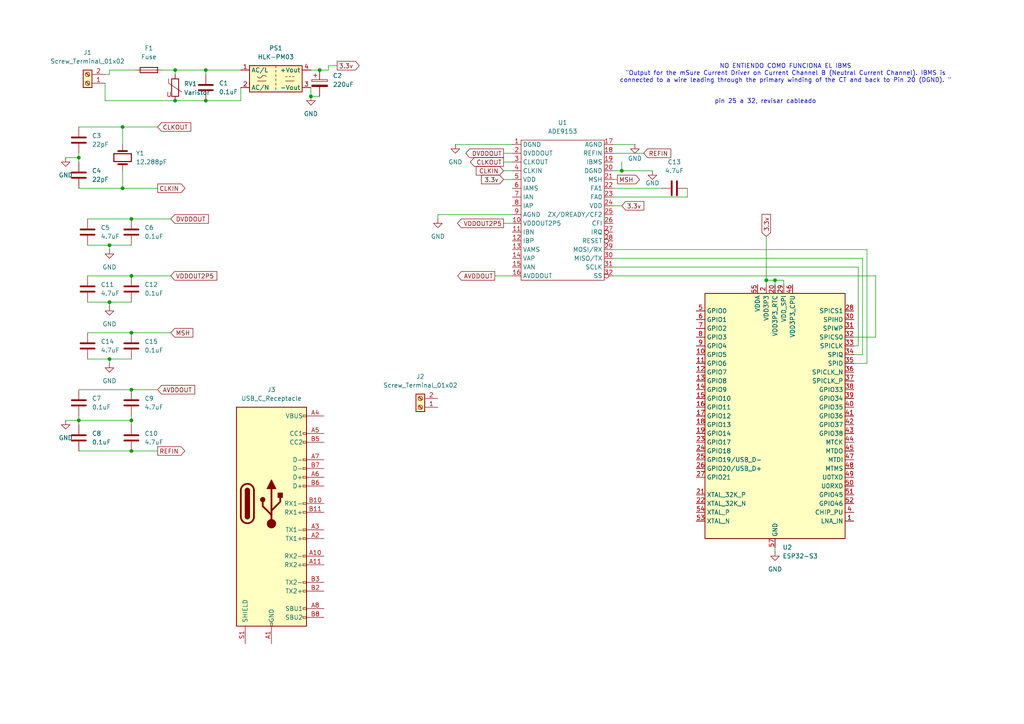
<source format=kicad_sch>
(kicad_sch
	(version 20231120)
	(generator "eeschema")
	(generator_version "8.0")
	(uuid "e2071683-7e0d-4379-a8c9-3e5efa86fabe")
	(paper "A4")
	(lib_symbols
		(symbol "Connector:Screw_Terminal_01x02"
			(pin_names
				(offset 1.016) hide)
			(exclude_from_sim no)
			(in_bom yes)
			(on_board yes)
			(property "Reference" "J"
				(at 0 2.54 0)
				(effects
					(font
						(size 1.27 1.27)
					)
				)
			)
			(property "Value" "Screw_Terminal_01x02"
				(at 0 -5.08 0)
				(effects
					(font
						(size 1.27 1.27)
					)
				)
			)
			(property "Footprint" ""
				(at 0 0 0)
				(effects
					(font
						(size 1.27 1.27)
					)
					(hide yes)
				)
			)
			(property "Datasheet" "~"
				(at 0 0 0)
				(effects
					(font
						(size 1.27 1.27)
					)
					(hide yes)
				)
			)
			(property "Description" "Generic screw terminal, single row, 01x02, script generated (kicad-library-utils/schlib/autogen/connector/)"
				(at 0 0 0)
				(effects
					(font
						(size 1.27 1.27)
					)
					(hide yes)
				)
			)
			(property "ki_keywords" "screw terminal"
				(at 0 0 0)
				(effects
					(font
						(size 1.27 1.27)
					)
					(hide yes)
				)
			)
			(property "ki_fp_filters" "TerminalBlock*:*"
				(at 0 0 0)
				(effects
					(font
						(size 1.27 1.27)
					)
					(hide yes)
				)
			)
			(symbol "Screw_Terminal_01x02_1_1"
				(rectangle
					(start -1.27 1.27)
					(end 1.27 -3.81)
					(stroke
						(width 0.254)
						(type default)
					)
					(fill
						(type background)
					)
				)
				(circle
					(center 0 -2.54)
					(radius 0.635)
					(stroke
						(width 0.1524)
						(type default)
					)
					(fill
						(type none)
					)
				)
				(polyline
					(pts
						(xy -0.5334 -2.2098) (xy 0.3302 -3.048)
					)
					(stroke
						(width 0.1524)
						(type default)
					)
					(fill
						(type none)
					)
				)
				(polyline
					(pts
						(xy -0.5334 0.3302) (xy 0.3302 -0.508)
					)
					(stroke
						(width 0.1524)
						(type default)
					)
					(fill
						(type none)
					)
				)
				(polyline
					(pts
						(xy -0.3556 -2.032) (xy 0.508 -2.8702)
					)
					(stroke
						(width 0.1524)
						(type default)
					)
					(fill
						(type none)
					)
				)
				(polyline
					(pts
						(xy -0.3556 0.508) (xy 0.508 -0.3302)
					)
					(stroke
						(width 0.1524)
						(type default)
					)
					(fill
						(type none)
					)
				)
				(circle
					(center 0 0)
					(radius 0.635)
					(stroke
						(width 0.1524)
						(type default)
					)
					(fill
						(type none)
					)
				)
				(pin passive line
					(at -5.08 0 0)
					(length 3.81)
					(name "Pin_1"
						(effects
							(font
								(size 1.27 1.27)
							)
						)
					)
					(number "1"
						(effects
							(font
								(size 1.27 1.27)
							)
						)
					)
				)
				(pin passive line
					(at -5.08 -2.54 0)
					(length 3.81)
					(name "Pin_2"
						(effects
							(font
								(size 1.27 1.27)
							)
						)
					)
					(number "2"
						(effects
							(font
								(size 1.27 1.27)
							)
						)
					)
				)
			)
		)
		(symbol "Connector:USB_C_Receptacle"
			(pin_names
				(offset 1.016)
			)
			(exclude_from_sim no)
			(in_bom yes)
			(on_board yes)
			(property "Reference" "J"
				(at -10.16 29.21 0)
				(effects
					(font
						(size 1.27 1.27)
					)
					(justify left)
				)
			)
			(property "Value" "USB_C_Receptacle"
				(at 10.16 29.21 0)
				(effects
					(font
						(size 1.27 1.27)
					)
					(justify right)
				)
			)
			(property "Footprint" ""
				(at 3.81 0 0)
				(effects
					(font
						(size 1.27 1.27)
					)
					(hide yes)
				)
			)
			(property "Datasheet" "https://www.usb.org/sites/default/files/documents/usb_type-c.zip"
				(at 3.81 0 0)
				(effects
					(font
						(size 1.27 1.27)
					)
					(hide yes)
				)
			)
			(property "Description" "USB Full-Featured Type-C Receptacle connector"
				(at 0 0 0)
				(effects
					(font
						(size 1.27 1.27)
					)
					(hide yes)
				)
			)
			(property "ki_keywords" "usb universal serial bus type-C full-featured"
				(at 0 0 0)
				(effects
					(font
						(size 1.27 1.27)
					)
					(hide yes)
				)
			)
			(property "ki_fp_filters" "USB*C*Receptacle*"
				(at 0 0 0)
				(effects
					(font
						(size 1.27 1.27)
					)
					(hide yes)
				)
			)
			(symbol "USB_C_Receptacle_0_0"
				(rectangle
					(start -0.254 -35.56)
					(end 0.254 -34.544)
					(stroke
						(width 0)
						(type default)
					)
					(fill
						(type none)
					)
				)
				(rectangle
					(start 10.16 -32.766)
					(end 9.144 -33.274)
					(stroke
						(width 0)
						(type default)
					)
					(fill
						(type none)
					)
				)
				(rectangle
					(start 10.16 -30.226)
					(end 9.144 -30.734)
					(stroke
						(width 0)
						(type default)
					)
					(fill
						(type none)
					)
				)
				(rectangle
					(start 10.16 -25.146)
					(end 9.144 -25.654)
					(stroke
						(width 0)
						(type default)
					)
					(fill
						(type none)
					)
				)
				(rectangle
					(start 10.16 -22.606)
					(end 9.144 -23.114)
					(stroke
						(width 0)
						(type default)
					)
					(fill
						(type none)
					)
				)
				(rectangle
					(start 10.16 -17.526)
					(end 9.144 -18.034)
					(stroke
						(width 0)
						(type default)
					)
					(fill
						(type none)
					)
				)
				(rectangle
					(start 10.16 -14.986)
					(end 9.144 -15.494)
					(stroke
						(width 0)
						(type default)
					)
					(fill
						(type none)
					)
				)
				(rectangle
					(start 10.16 -9.906)
					(end 9.144 -10.414)
					(stroke
						(width 0)
						(type default)
					)
					(fill
						(type none)
					)
				)
				(rectangle
					(start 10.16 -7.366)
					(end 9.144 -7.874)
					(stroke
						(width 0)
						(type default)
					)
					(fill
						(type none)
					)
				)
				(rectangle
					(start 10.16 -2.286)
					(end 9.144 -2.794)
					(stroke
						(width 0)
						(type default)
					)
					(fill
						(type none)
					)
				)
				(rectangle
					(start 10.16 0.254)
					(end 9.144 -0.254)
					(stroke
						(width 0)
						(type default)
					)
					(fill
						(type none)
					)
				)
				(rectangle
					(start 10.16 5.334)
					(end 9.144 4.826)
					(stroke
						(width 0)
						(type default)
					)
					(fill
						(type none)
					)
				)
				(rectangle
					(start 10.16 7.874)
					(end 9.144 7.366)
					(stroke
						(width 0)
						(type default)
					)
					(fill
						(type none)
					)
				)
				(rectangle
					(start 10.16 10.414)
					(end 9.144 9.906)
					(stroke
						(width 0)
						(type default)
					)
					(fill
						(type none)
					)
				)
				(rectangle
					(start 10.16 12.954)
					(end 9.144 12.446)
					(stroke
						(width 0)
						(type default)
					)
					(fill
						(type none)
					)
				)
				(rectangle
					(start 10.16 18.034)
					(end 9.144 17.526)
					(stroke
						(width 0)
						(type default)
					)
					(fill
						(type none)
					)
				)
				(rectangle
					(start 10.16 20.574)
					(end 9.144 20.066)
					(stroke
						(width 0)
						(type default)
					)
					(fill
						(type none)
					)
				)
				(rectangle
					(start 10.16 25.654)
					(end 9.144 25.146)
					(stroke
						(width 0)
						(type default)
					)
					(fill
						(type none)
					)
				)
			)
			(symbol "USB_C_Receptacle_0_1"
				(rectangle
					(start -10.16 27.94)
					(end 10.16 -35.56)
					(stroke
						(width 0.254)
						(type default)
					)
					(fill
						(type background)
					)
				)
				(arc
					(start -8.89 -3.81)
					(mid -6.985 -5.7067)
					(end -5.08 -3.81)
					(stroke
						(width 0.508)
						(type default)
					)
					(fill
						(type none)
					)
				)
				(arc
					(start -7.62 -3.81)
					(mid -6.985 -4.4423)
					(end -6.35 -3.81)
					(stroke
						(width 0.254)
						(type default)
					)
					(fill
						(type none)
					)
				)
				(arc
					(start -7.62 -3.81)
					(mid -6.985 -4.4423)
					(end -6.35 -3.81)
					(stroke
						(width 0.254)
						(type default)
					)
					(fill
						(type outline)
					)
				)
				(rectangle
					(start -7.62 -3.81)
					(end -6.35 3.81)
					(stroke
						(width 0.254)
						(type default)
					)
					(fill
						(type outline)
					)
				)
				(arc
					(start -6.35 3.81)
					(mid -6.985 4.4423)
					(end -7.62 3.81)
					(stroke
						(width 0.254)
						(type default)
					)
					(fill
						(type none)
					)
				)
				(arc
					(start -6.35 3.81)
					(mid -6.985 4.4423)
					(end -7.62 3.81)
					(stroke
						(width 0.254)
						(type default)
					)
					(fill
						(type outline)
					)
				)
				(arc
					(start -5.08 3.81)
					(mid -6.985 5.7067)
					(end -8.89 3.81)
					(stroke
						(width 0.508)
						(type default)
					)
					(fill
						(type none)
					)
				)
				(polyline
					(pts
						(xy -8.89 -3.81) (xy -8.89 3.81)
					)
					(stroke
						(width 0.508)
						(type default)
					)
					(fill
						(type none)
					)
				)
				(polyline
					(pts
						(xy -5.08 3.81) (xy -5.08 -3.81)
					)
					(stroke
						(width 0.508)
						(type default)
					)
					(fill
						(type none)
					)
				)
			)
			(symbol "USB_C_Receptacle_1_1"
				(circle
					(center -2.54 1.143)
					(radius 0.635)
					(stroke
						(width 0.254)
						(type default)
					)
					(fill
						(type outline)
					)
				)
				(circle
					(center 0 -5.842)
					(radius 1.27)
					(stroke
						(width 0)
						(type default)
					)
					(fill
						(type outline)
					)
				)
				(polyline
					(pts
						(xy 0 -5.842) (xy 0 4.318)
					)
					(stroke
						(width 0.508)
						(type default)
					)
					(fill
						(type none)
					)
				)
				(polyline
					(pts
						(xy 0 -3.302) (xy -2.54 -0.762) (xy -2.54 0.508)
					)
					(stroke
						(width 0.508)
						(type default)
					)
					(fill
						(type none)
					)
				)
				(polyline
					(pts
						(xy 0 -2.032) (xy 2.54 0.508) (xy 2.54 1.778)
					)
					(stroke
						(width 0.508)
						(type default)
					)
					(fill
						(type none)
					)
				)
				(polyline
					(pts
						(xy -1.27 4.318) (xy 0 6.858) (xy 1.27 4.318) (xy -1.27 4.318)
					)
					(stroke
						(width 0.254)
						(type default)
					)
					(fill
						(type outline)
					)
				)
				(rectangle
					(start 1.905 1.778)
					(end 3.175 3.048)
					(stroke
						(width 0.254)
						(type default)
					)
					(fill
						(type outline)
					)
				)
				(pin passive line
					(at 0 -40.64 90)
					(length 5.08)
					(name "GND"
						(effects
							(font
								(size 1.27 1.27)
							)
						)
					)
					(number "A1"
						(effects
							(font
								(size 1.27 1.27)
							)
						)
					)
				)
				(pin bidirectional line
					(at 15.24 -15.24 180)
					(length 5.08)
					(name "RX2-"
						(effects
							(font
								(size 1.27 1.27)
							)
						)
					)
					(number "A10"
						(effects
							(font
								(size 1.27 1.27)
							)
						)
					)
				)
				(pin bidirectional line
					(at 15.24 -17.78 180)
					(length 5.08)
					(name "RX2+"
						(effects
							(font
								(size 1.27 1.27)
							)
						)
					)
					(number "A11"
						(effects
							(font
								(size 1.27 1.27)
							)
						)
					)
				)
				(pin passive line
					(at 0 -40.64 90)
					(length 5.08) hide
					(name "GND"
						(effects
							(font
								(size 1.27 1.27)
							)
						)
					)
					(number "A12"
						(effects
							(font
								(size 1.27 1.27)
							)
						)
					)
				)
				(pin bidirectional line
					(at 15.24 -10.16 180)
					(length 5.08)
					(name "TX1+"
						(effects
							(font
								(size 1.27 1.27)
							)
						)
					)
					(number "A2"
						(effects
							(font
								(size 1.27 1.27)
							)
						)
					)
				)
				(pin bidirectional line
					(at 15.24 -7.62 180)
					(length 5.08)
					(name "TX1-"
						(effects
							(font
								(size 1.27 1.27)
							)
						)
					)
					(number "A3"
						(effects
							(font
								(size 1.27 1.27)
							)
						)
					)
				)
				(pin passive line
					(at 15.24 25.4 180)
					(length 5.08)
					(name "VBUS"
						(effects
							(font
								(size 1.27 1.27)
							)
						)
					)
					(number "A4"
						(effects
							(font
								(size 1.27 1.27)
							)
						)
					)
				)
				(pin bidirectional line
					(at 15.24 20.32 180)
					(length 5.08)
					(name "CC1"
						(effects
							(font
								(size 1.27 1.27)
							)
						)
					)
					(number "A5"
						(effects
							(font
								(size 1.27 1.27)
							)
						)
					)
				)
				(pin bidirectional line
					(at 15.24 7.62 180)
					(length 5.08)
					(name "D+"
						(effects
							(font
								(size 1.27 1.27)
							)
						)
					)
					(number "A6"
						(effects
							(font
								(size 1.27 1.27)
							)
						)
					)
				)
				(pin bidirectional line
					(at 15.24 12.7 180)
					(length 5.08)
					(name "D-"
						(effects
							(font
								(size 1.27 1.27)
							)
						)
					)
					(number "A7"
						(effects
							(font
								(size 1.27 1.27)
							)
						)
					)
				)
				(pin bidirectional line
					(at 15.24 -30.48 180)
					(length 5.08)
					(name "SBU1"
						(effects
							(font
								(size 1.27 1.27)
							)
						)
					)
					(number "A8"
						(effects
							(font
								(size 1.27 1.27)
							)
						)
					)
				)
				(pin passive line
					(at 15.24 25.4 180)
					(length 5.08) hide
					(name "VBUS"
						(effects
							(font
								(size 1.27 1.27)
							)
						)
					)
					(number "A9"
						(effects
							(font
								(size 1.27 1.27)
							)
						)
					)
				)
				(pin passive line
					(at 0 -40.64 90)
					(length 5.08) hide
					(name "GND"
						(effects
							(font
								(size 1.27 1.27)
							)
						)
					)
					(number "B1"
						(effects
							(font
								(size 1.27 1.27)
							)
						)
					)
				)
				(pin bidirectional line
					(at 15.24 0 180)
					(length 5.08)
					(name "RX1-"
						(effects
							(font
								(size 1.27 1.27)
							)
						)
					)
					(number "B10"
						(effects
							(font
								(size 1.27 1.27)
							)
						)
					)
				)
				(pin bidirectional line
					(at 15.24 -2.54 180)
					(length 5.08)
					(name "RX1+"
						(effects
							(font
								(size 1.27 1.27)
							)
						)
					)
					(number "B11"
						(effects
							(font
								(size 1.27 1.27)
							)
						)
					)
				)
				(pin passive line
					(at 0 -40.64 90)
					(length 5.08) hide
					(name "GND"
						(effects
							(font
								(size 1.27 1.27)
							)
						)
					)
					(number "B12"
						(effects
							(font
								(size 1.27 1.27)
							)
						)
					)
				)
				(pin bidirectional line
					(at 15.24 -25.4 180)
					(length 5.08)
					(name "TX2+"
						(effects
							(font
								(size 1.27 1.27)
							)
						)
					)
					(number "B2"
						(effects
							(font
								(size 1.27 1.27)
							)
						)
					)
				)
				(pin bidirectional line
					(at 15.24 -22.86 180)
					(length 5.08)
					(name "TX2-"
						(effects
							(font
								(size 1.27 1.27)
							)
						)
					)
					(number "B3"
						(effects
							(font
								(size 1.27 1.27)
							)
						)
					)
				)
				(pin passive line
					(at 15.24 25.4 180)
					(length 5.08) hide
					(name "VBUS"
						(effects
							(font
								(size 1.27 1.27)
							)
						)
					)
					(number "B4"
						(effects
							(font
								(size 1.27 1.27)
							)
						)
					)
				)
				(pin bidirectional line
					(at 15.24 17.78 180)
					(length 5.08)
					(name "CC2"
						(effects
							(font
								(size 1.27 1.27)
							)
						)
					)
					(number "B5"
						(effects
							(font
								(size 1.27 1.27)
							)
						)
					)
				)
				(pin bidirectional line
					(at 15.24 5.08 180)
					(length 5.08)
					(name "D+"
						(effects
							(font
								(size 1.27 1.27)
							)
						)
					)
					(number "B6"
						(effects
							(font
								(size 1.27 1.27)
							)
						)
					)
				)
				(pin bidirectional line
					(at 15.24 10.16 180)
					(length 5.08)
					(name "D-"
						(effects
							(font
								(size 1.27 1.27)
							)
						)
					)
					(number "B7"
						(effects
							(font
								(size 1.27 1.27)
							)
						)
					)
				)
				(pin bidirectional line
					(at 15.24 -33.02 180)
					(length 5.08)
					(name "SBU2"
						(effects
							(font
								(size 1.27 1.27)
							)
						)
					)
					(number "B8"
						(effects
							(font
								(size 1.27 1.27)
							)
						)
					)
				)
				(pin passive line
					(at 15.24 25.4 180)
					(length 5.08) hide
					(name "VBUS"
						(effects
							(font
								(size 1.27 1.27)
							)
						)
					)
					(number "B9"
						(effects
							(font
								(size 1.27 1.27)
							)
						)
					)
				)
				(pin passive line
					(at -7.62 -40.64 90)
					(length 5.08)
					(name "SHIELD"
						(effects
							(font
								(size 1.27 1.27)
							)
						)
					)
					(number "S1"
						(effects
							(font
								(size 1.27 1.27)
							)
						)
					)
				)
			)
		)
		(symbol "Converter_ACDC:HLK-PM03"
			(exclude_from_sim no)
			(in_bom yes)
			(on_board yes)
			(property "Reference" "PS"
				(at 0 5.08 0)
				(effects
					(font
						(size 1.27 1.27)
					)
				)
			)
			(property "Value" "HLK-PM03"
				(at 0 -5.08 0)
				(effects
					(font
						(size 1.27 1.27)
					)
				)
			)
			(property "Footprint" "Converter_ACDC:Converter_ACDC_Hi-Link_HLK-PMxx"
				(at 0 -7.62 0)
				(effects
					(font
						(size 1.27 1.27)
					)
					(hide yes)
				)
			)
			(property "Datasheet" "https://h.hlktech.com/download/ACDC%E7%94%B5%E6%BA%90%E6%A8%A1%E5%9D%973W%E7%B3%BB%E5%88%97/1/%E6%B5%B7%E5%87%8C%E7%A7%913W%E7%B3%BB%E5%88%97%E7%94%B5%E6%BA%90%E6%A8%A1%E5%9D%97%E8%A7%84%E6%A0%BC%E4%B9%A6V2.8.pdf"
				(at 10.16 -8.89 0)
				(effects
					(font
						(size 1.27 1.27)
					)
					(hide yes)
				)
			)
			(property "Description" "Compact AC/DC board mount power module 3W 3V3"
				(at 0 0 0)
				(effects
					(font
						(size 1.27 1.27)
					)
					(hide yes)
				)
			)
			(property "ki_keywords" "AC/DC module power supply"
				(at 0 0 0)
				(effects
					(font
						(size 1.27 1.27)
					)
					(hide yes)
				)
			)
			(property "ki_fp_filters" "Converter*ACDC*Hi?Link*HLK?PM*"
				(at 0 0 0)
				(effects
					(font
						(size 1.27 1.27)
					)
					(hide yes)
				)
			)
			(symbol "HLK-PM03_0_1"
				(rectangle
					(start -7.62 3.81)
					(end 7.62 -3.81)
					(stroke
						(width 0.254)
						(type default)
					)
					(fill
						(type background)
					)
				)
				(arc
					(start -5.334 0.635)
					(mid -4.699 0.2495)
					(end -4.064 0.635)
					(stroke
						(width 0)
						(type default)
					)
					(fill
						(type none)
					)
				)
				(arc
					(start -2.794 0.635)
					(mid -3.429 1.0072)
					(end -4.064 0.635)
					(stroke
						(width 0)
						(type default)
					)
					(fill
						(type none)
					)
				)
				(polyline
					(pts
						(xy -5.334 -0.635) (xy -2.794 -0.635)
					)
					(stroke
						(width 0)
						(type default)
					)
					(fill
						(type none)
					)
				)
				(polyline
					(pts
						(xy 0 -2.54) (xy 0 -3.175)
					)
					(stroke
						(width 0)
						(type default)
					)
					(fill
						(type none)
					)
				)
				(polyline
					(pts
						(xy 0 -1.27) (xy 0 -1.905)
					)
					(stroke
						(width 0)
						(type default)
					)
					(fill
						(type none)
					)
				)
				(polyline
					(pts
						(xy 0 0) (xy 0 -0.635)
					)
					(stroke
						(width 0)
						(type default)
					)
					(fill
						(type none)
					)
				)
				(polyline
					(pts
						(xy 0 1.27) (xy 0 0.635)
					)
					(stroke
						(width 0)
						(type default)
					)
					(fill
						(type none)
					)
				)
				(polyline
					(pts
						(xy 0 2.54) (xy 0 1.905)
					)
					(stroke
						(width 0)
						(type default)
					)
					(fill
						(type none)
					)
				)
				(polyline
					(pts
						(xy 0 3.81) (xy 0 3.175)
					)
					(stroke
						(width 0)
						(type default)
					)
					(fill
						(type none)
					)
				)
				(polyline
					(pts
						(xy 2.794 -0.635) (xy 5.334 -0.635)
					)
					(stroke
						(width 0)
						(type default)
					)
					(fill
						(type none)
					)
				)
				(polyline
					(pts
						(xy 2.794 0.635) (xy 3.302 0.635)
					)
					(stroke
						(width 0)
						(type default)
					)
					(fill
						(type none)
					)
				)
				(polyline
					(pts
						(xy 3.81 0.635) (xy 4.318 0.635)
					)
					(stroke
						(width 0)
						(type default)
					)
					(fill
						(type none)
					)
				)
				(polyline
					(pts
						(xy 4.826 0.635) (xy 5.334 0.635)
					)
					(stroke
						(width 0)
						(type default)
					)
					(fill
						(type none)
					)
				)
			)
			(symbol "HLK-PM03_1_1"
				(pin power_in line
					(at -10.16 2.54 0)
					(length 2.54)
					(name "AC/L"
						(effects
							(font
								(size 1.27 1.27)
							)
						)
					)
					(number "1"
						(effects
							(font
								(size 1.27 1.27)
							)
						)
					)
				)
				(pin power_in line
					(at -10.16 -2.54 0)
					(length 2.54)
					(name "AC/N"
						(effects
							(font
								(size 1.27 1.27)
							)
						)
					)
					(number "2"
						(effects
							(font
								(size 1.27 1.27)
							)
						)
					)
				)
				(pin power_out line
					(at 10.16 -2.54 180)
					(length 2.54)
					(name "-Vout"
						(effects
							(font
								(size 1.27 1.27)
							)
						)
					)
					(number "3"
						(effects
							(font
								(size 1.27 1.27)
							)
						)
					)
				)
				(pin power_out line
					(at 10.16 2.54 180)
					(length 2.54)
					(name "+Vout"
						(effects
							(font
								(size 1.27 1.27)
							)
						)
					)
					(number "4"
						(effects
							(font
								(size 1.27 1.27)
							)
						)
					)
				)
			)
		)
		(symbol "Device:C"
			(pin_numbers hide)
			(pin_names
				(offset 0.254)
			)
			(exclude_from_sim no)
			(in_bom yes)
			(on_board yes)
			(property "Reference" "C"
				(at 0.635 2.54 0)
				(effects
					(font
						(size 1.27 1.27)
					)
					(justify left)
				)
			)
			(property "Value" "C"
				(at 0.635 -2.54 0)
				(effects
					(font
						(size 1.27 1.27)
					)
					(justify left)
				)
			)
			(property "Footprint" ""
				(at 0.9652 -3.81 0)
				(effects
					(font
						(size 1.27 1.27)
					)
					(hide yes)
				)
			)
			(property "Datasheet" "~"
				(at 0 0 0)
				(effects
					(font
						(size 1.27 1.27)
					)
					(hide yes)
				)
			)
			(property "Description" "Unpolarized capacitor"
				(at 0 0 0)
				(effects
					(font
						(size 1.27 1.27)
					)
					(hide yes)
				)
			)
			(property "ki_keywords" "cap capacitor"
				(at 0 0 0)
				(effects
					(font
						(size 1.27 1.27)
					)
					(hide yes)
				)
			)
			(property "ki_fp_filters" "C_*"
				(at 0 0 0)
				(effects
					(font
						(size 1.27 1.27)
					)
					(hide yes)
				)
			)
			(symbol "C_0_1"
				(polyline
					(pts
						(xy -2.032 -0.762) (xy 2.032 -0.762)
					)
					(stroke
						(width 0.508)
						(type default)
					)
					(fill
						(type none)
					)
				)
				(polyline
					(pts
						(xy -2.032 0.762) (xy 2.032 0.762)
					)
					(stroke
						(width 0.508)
						(type default)
					)
					(fill
						(type none)
					)
				)
			)
			(symbol "C_1_1"
				(pin passive line
					(at 0 3.81 270)
					(length 2.794)
					(name "~"
						(effects
							(font
								(size 1.27 1.27)
							)
						)
					)
					(number "1"
						(effects
							(font
								(size 1.27 1.27)
							)
						)
					)
				)
				(pin passive line
					(at 0 -3.81 90)
					(length 2.794)
					(name "~"
						(effects
							(font
								(size 1.27 1.27)
							)
						)
					)
					(number "2"
						(effects
							(font
								(size 1.27 1.27)
							)
						)
					)
				)
			)
		)
		(symbol "Device:C_Polarized"
			(pin_numbers hide)
			(pin_names
				(offset 0.254)
			)
			(exclude_from_sim no)
			(in_bom yes)
			(on_board yes)
			(property "Reference" "C"
				(at 0.635 2.54 0)
				(effects
					(font
						(size 1.27 1.27)
					)
					(justify left)
				)
			)
			(property "Value" "C_Polarized"
				(at 0.635 -2.54 0)
				(effects
					(font
						(size 1.27 1.27)
					)
					(justify left)
				)
			)
			(property "Footprint" ""
				(at 0.9652 -3.81 0)
				(effects
					(font
						(size 1.27 1.27)
					)
					(hide yes)
				)
			)
			(property "Datasheet" "~"
				(at 0 0 0)
				(effects
					(font
						(size 1.27 1.27)
					)
					(hide yes)
				)
			)
			(property "Description" "Polarized capacitor"
				(at 0 0 0)
				(effects
					(font
						(size 1.27 1.27)
					)
					(hide yes)
				)
			)
			(property "ki_keywords" "cap capacitor"
				(at 0 0 0)
				(effects
					(font
						(size 1.27 1.27)
					)
					(hide yes)
				)
			)
			(property "ki_fp_filters" "CP_*"
				(at 0 0 0)
				(effects
					(font
						(size 1.27 1.27)
					)
					(hide yes)
				)
			)
			(symbol "C_Polarized_0_1"
				(rectangle
					(start -2.286 0.508)
					(end 2.286 1.016)
					(stroke
						(width 0)
						(type default)
					)
					(fill
						(type none)
					)
				)
				(polyline
					(pts
						(xy -1.778 2.286) (xy -0.762 2.286)
					)
					(stroke
						(width 0)
						(type default)
					)
					(fill
						(type none)
					)
				)
				(polyline
					(pts
						(xy -1.27 2.794) (xy -1.27 1.778)
					)
					(stroke
						(width 0)
						(type default)
					)
					(fill
						(type none)
					)
				)
				(rectangle
					(start 2.286 -0.508)
					(end -2.286 -1.016)
					(stroke
						(width 0)
						(type default)
					)
					(fill
						(type outline)
					)
				)
			)
			(symbol "C_Polarized_1_1"
				(pin passive line
					(at 0 3.81 270)
					(length 2.794)
					(name "~"
						(effects
							(font
								(size 1.27 1.27)
							)
						)
					)
					(number "1"
						(effects
							(font
								(size 1.27 1.27)
							)
						)
					)
				)
				(pin passive line
					(at 0 -3.81 90)
					(length 2.794)
					(name "~"
						(effects
							(font
								(size 1.27 1.27)
							)
						)
					)
					(number "2"
						(effects
							(font
								(size 1.27 1.27)
							)
						)
					)
				)
			)
		)
		(symbol "Device:Crystal"
			(pin_numbers hide)
			(pin_names
				(offset 1.016) hide)
			(exclude_from_sim no)
			(in_bom yes)
			(on_board yes)
			(property "Reference" "Y"
				(at 0 3.81 0)
				(effects
					(font
						(size 1.27 1.27)
					)
				)
			)
			(property "Value" "Crystal"
				(at 0 -3.81 0)
				(effects
					(font
						(size 1.27 1.27)
					)
				)
			)
			(property "Footprint" ""
				(at 0 0 0)
				(effects
					(font
						(size 1.27 1.27)
					)
					(hide yes)
				)
			)
			(property "Datasheet" "~"
				(at 0 0 0)
				(effects
					(font
						(size 1.27 1.27)
					)
					(hide yes)
				)
			)
			(property "Description" "Two pin crystal"
				(at 0 0 0)
				(effects
					(font
						(size 1.27 1.27)
					)
					(hide yes)
				)
			)
			(property "ki_keywords" "quartz ceramic resonator oscillator"
				(at 0 0 0)
				(effects
					(font
						(size 1.27 1.27)
					)
					(hide yes)
				)
			)
			(property "ki_fp_filters" "Crystal*"
				(at 0 0 0)
				(effects
					(font
						(size 1.27 1.27)
					)
					(hide yes)
				)
			)
			(symbol "Crystal_0_1"
				(rectangle
					(start -1.143 2.54)
					(end 1.143 -2.54)
					(stroke
						(width 0.3048)
						(type default)
					)
					(fill
						(type none)
					)
				)
				(polyline
					(pts
						(xy -2.54 0) (xy -1.905 0)
					)
					(stroke
						(width 0)
						(type default)
					)
					(fill
						(type none)
					)
				)
				(polyline
					(pts
						(xy -1.905 -1.27) (xy -1.905 1.27)
					)
					(stroke
						(width 0.508)
						(type default)
					)
					(fill
						(type none)
					)
				)
				(polyline
					(pts
						(xy 1.905 -1.27) (xy 1.905 1.27)
					)
					(stroke
						(width 0.508)
						(type default)
					)
					(fill
						(type none)
					)
				)
				(polyline
					(pts
						(xy 2.54 0) (xy 1.905 0)
					)
					(stroke
						(width 0)
						(type default)
					)
					(fill
						(type none)
					)
				)
			)
			(symbol "Crystal_1_1"
				(pin passive line
					(at -3.81 0 0)
					(length 1.27)
					(name "1"
						(effects
							(font
								(size 1.27 1.27)
							)
						)
					)
					(number "1"
						(effects
							(font
								(size 1.27 1.27)
							)
						)
					)
				)
				(pin passive line
					(at 3.81 0 180)
					(length 1.27)
					(name "2"
						(effects
							(font
								(size 1.27 1.27)
							)
						)
					)
					(number "2"
						(effects
							(font
								(size 1.27 1.27)
							)
						)
					)
				)
			)
		)
		(symbol "Device:Fuse"
			(pin_numbers hide)
			(pin_names
				(offset 0)
			)
			(exclude_from_sim no)
			(in_bom yes)
			(on_board yes)
			(property "Reference" "F"
				(at 2.032 0 90)
				(effects
					(font
						(size 1.27 1.27)
					)
				)
			)
			(property "Value" "Fuse"
				(at -1.905 0 90)
				(effects
					(font
						(size 1.27 1.27)
					)
				)
			)
			(property "Footprint" ""
				(at -1.778 0 90)
				(effects
					(font
						(size 1.27 1.27)
					)
					(hide yes)
				)
			)
			(property "Datasheet" "~"
				(at 0 0 0)
				(effects
					(font
						(size 1.27 1.27)
					)
					(hide yes)
				)
			)
			(property "Description" "Fuse"
				(at 0 0 0)
				(effects
					(font
						(size 1.27 1.27)
					)
					(hide yes)
				)
			)
			(property "ki_keywords" "fuse"
				(at 0 0 0)
				(effects
					(font
						(size 1.27 1.27)
					)
					(hide yes)
				)
			)
			(property "ki_fp_filters" "*Fuse*"
				(at 0 0 0)
				(effects
					(font
						(size 1.27 1.27)
					)
					(hide yes)
				)
			)
			(symbol "Fuse_0_1"
				(rectangle
					(start -0.762 -2.54)
					(end 0.762 2.54)
					(stroke
						(width 0.254)
						(type default)
					)
					(fill
						(type none)
					)
				)
				(polyline
					(pts
						(xy 0 2.54) (xy 0 -2.54)
					)
					(stroke
						(width 0)
						(type default)
					)
					(fill
						(type none)
					)
				)
			)
			(symbol "Fuse_1_1"
				(pin passive line
					(at 0 3.81 270)
					(length 1.27)
					(name "~"
						(effects
							(font
								(size 1.27 1.27)
							)
						)
					)
					(number "1"
						(effects
							(font
								(size 1.27 1.27)
							)
						)
					)
				)
				(pin passive line
					(at 0 -3.81 90)
					(length 1.27)
					(name "~"
						(effects
							(font
								(size 1.27 1.27)
							)
						)
					)
					(number "2"
						(effects
							(font
								(size 1.27 1.27)
							)
						)
					)
				)
			)
		)
		(symbol "Device:Varistor"
			(pin_numbers hide)
			(pin_names
				(offset 0)
			)
			(exclude_from_sim no)
			(in_bom yes)
			(on_board yes)
			(property "Reference" "RV"
				(at 3.175 0 90)
				(effects
					(font
						(size 1.27 1.27)
					)
				)
			)
			(property "Value" "Varistor"
				(at -3.175 0 90)
				(effects
					(font
						(size 1.27 1.27)
					)
				)
			)
			(property "Footprint" ""
				(at -1.778 0 90)
				(effects
					(font
						(size 1.27 1.27)
					)
					(hide yes)
				)
			)
			(property "Datasheet" "~"
				(at 0 0 0)
				(effects
					(font
						(size 1.27 1.27)
					)
					(hide yes)
				)
			)
			(property "Description" "Voltage dependent resistor"
				(at 0 0 0)
				(effects
					(font
						(size 1.27 1.27)
					)
					(hide yes)
				)
			)
			(property "Sim.Name" "kicad_builtin_varistor"
				(at 0 0 0)
				(effects
					(font
						(size 1.27 1.27)
					)
					(hide yes)
				)
			)
			(property "Sim.Device" "SUBCKT"
				(at 0 0 0)
				(effects
					(font
						(size 1.27 1.27)
					)
					(hide yes)
				)
			)
			(property "Sim.Pins" "1=A 2=B"
				(at 0 0 0)
				(effects
					(font
						(size 1.27 1.27)
					)
					(hide yes)
				)
			)
			(property "Sim.Params" "threshold=1k"
				(at 0 0 0)
				(effects
					(font
						(size 1.27 1.27)
					)
					(hide yes)
				)
			)
			(property "Sim.Library" "${KICAD7_SYMBOL_DIR}/Simulation_SPICE.sp"
				(at 0 0 0)
				(effects
					(font
						(size 1.27 1.27)
					)
					(hide yes)
				)
			)
			(property "ki_keywords" "VDR resistance"
				(at 0 0 0)
				(effects
					(font
						(size 1.27 1.27)
					)
					(hide yes)
				)
			)
			(property "ki_fp_filters" "RV_* Varistor*"
				(at 0 0 0)
				(effects
					(font
						(size 1.27 1.27)
					)
					(hide yes)
				)
			)
			(symbol "Varistor_0_0"
				(text "U"
					(at -1.778 -2.032 0)
					(effects
						(font
							(size 1.27 1.27)
						)
					)
				)
			)
			(symbol "Varistor_0_1"
				(rectangle
					(start -1.016 -2.54)
					(end 1.016 2.54)
					(stroke
						(width 0.254)
						(type default)
					)
					(fill
						(type none)
					)
				)
				(polyline
					(pts
						(xy -1.905 2.54) (xy -1.905 1.27) (xy 1.905 -1.27)
					)
					(stroke
						(width 0)
						(type default)
					)
					(fill
						(type none)
					)
				)
			)
			(symbol "Varistor_1_1"
				(pin passive line
					(at 0 3.81 270)
					(length 1.27)
					(name "~"
						(effects
							(font
								(size 1.27 1.27)
							)
						)
					)
					(number "1"
						(effects
							(font
								(size 1.27 1.27)
							)
						)
					)
				)
				(pin passive line
					(at 0 -3.81 90)
					(length 1.27)
					(name "~"
						(effects
							(font
								(size 1.27 1.27)
							)
						)
					)
					(number "2"
						(effects
							(font
								(size 1.27 1.27)
							)
						)
					)
				)
			)
		)
		(symbol "MCU_Espressif:ESP32-S3"
			(exclude_from_sim no)
			(in_bom yes)
			(on_board yes)
			(property "Reference" "U"
				(at 10.16 -38.1 0)
				(effects
					(font
						(size 1.27 1.27)
					)
				)
			)
			(property "Value" "ESP32-S3"
				(at 13.97 -40.64 0)
				(effects
					(font
						(size 1.27 1.27)
					)
				)
			)
			(property "Footprint" "Package_DFN_QFN:QFN-56-1EP_7x7mm_P0.4mm_EP4x4mm"
				(at 0 -48.26 0)
				(effects
					(font
						(size 1.27 1.27)
					)
					(hide yes)
				)
			)
			(property "Datasheet" "https://www.espressif.com/sites/default/files/documentation/esp32-s3_datasheet_en.pdf"
				(at 0 0 0)
				(effects
					(font
						(size 1.27 1.27)
					)
					(hide yes)
				)
			)
			(property "Description" "Microcontroller, Wi-Fi 802.11b/g/n, Bluetooth, 32bit"
				(at 0 0 0)
				(effects
					(font
						(size 1.27 1.27)
					)
					(hide yes)
				)
			)
			(property "ki_keywords" "Microcontroller Wi-Fi BT ESP ESP32 Espressif"
				(at 0 0 0)
				(effects
					(font
						(size 1.27 1.27)
					)
					(hide yes)
				)
			)
			(property "ki_fp_filters" "QFN*1EP*7x7mm*P0.4mm*"
				(at 0 0 0)
				(effects
					(font
						(size 1.27 1.27)
					)
					(hide yes)
				)
			)
			(symbol "ESP32-S3_0_1"
				(rectangle
					(start -20.32 35.56)
					(end 20.32 -35.56)
					(stroke
						(width 0.254)
						(type default)
					)
					(fill
						(type background)
					)
				)
			)
			(symbol "ESP32-S3_1_0"
				(pin bidirectional line
					(at 22.86 12.7 180)
					(length 2.54)
					(name "SPICLK_N"
						(effects
							(font
								(size 1.27 1.27)
							)
						)
					)
					(number "36"
						(effects
							(font
								(size 1.27 1.27)
							)
						)
					)
				)
				(pin bidirectional line
					(at 22.86 -10.16 180)
					(length 2.54)
					(name "MTDO"
						(effects
							(font
								(size 1.27 1.27)
							)
						)
					)
					(number "45"
						(effects
							(font
								(size 1.27 1.27)
							)
						)
					)
				)
				(pin bidirectional line
					(at 22.86 -22.86 180)
					(length 2.54)
					(name "GPIO45"
						(effects
							(font
								(size 1.27 1.27)
							)
						)
					)
					(number "51"
						(effects
							(font
								(size 1.27 1.27)
							)
						)
					)
				)
				(pin passive line
					(at -5.08 38.1 270)
					(length 2.54) hide
					(name "VDDA"
						(effects
							(font
								(size 1.27 1.27)
							)
						)
					)
					(number "56"
						(effects
							(font
								(size 1.27 1.27)
							)
						)
					)
				)
			)
			(symbol "ESP32-S3_1_1"
				(pin bidirectional line
					(at 22.86 -30.48 180)
					(length 2.54)
					(name "LNA_IN"
						(effects
							(font
								(size 1.27 1.27)
							)
						)
					)
					(number "1"
						(effects
							(font
								(size 1.27 1.27)
							)
						)
					)
				)
				(pin bidirectional line
					(at -22.86 17.78 0)
					(length 2.54)
					(name "GPIO5"
						(effects
							(font
								(size 1.27 1.27)
							)
						)
					)
					(number "10"
						(effects
							(font
								(size 1.27 1.27)
							)
						)
					)
				)
				(pin bidirectional line
					(at -22.86 15.24 0)
					(length 2.54)
					(name "GPIO6"
						(effects
							(font
								(size 1.27 1.27)
							)
						)
					)
					(number "11"
						(effects
							(font
								(size 1.27 1.27)
							)
						)
					)
				)
				(pin bidirectional line
					(at -22.86 12.7 0)
					(length 2.54)
					(name "GPIO7"
						(effects
							(font
								(size 1.27 1.27)
							)
						)
					)
					(number "12"
						(effects
							(font
								(size 1.27 1.27)
							)
						)
					)
				)
				(pin bidirectional line
					(at -22.86 10.16 0)
					(length 2.54)
					(name "GPIO8"
						(effects
							(font
								(size 1.27 1.27)
							)
						)
					)
					(number "13"
						(effects
							(font
								(size 1.27 1.27)
							)
						)
					)
				)
				(pin bidirectional line
					(at -22.86 7.62 0)
					(length 2.54)
					(name "GPIO9"
						(effects
							(font
								(size 1.27 1.27)
							)
						)
					)
					(number "14"
						(effects
							(font
								(size 1.27 1.27)
							)
						)
					)
				)
				(pin bidirectional line
					(at -22.86 5.08 0)
					(length 2.54)
					(name "GPIO10"
						(effects
							(font
								(size 1.27 1.27)
							)
						)
					)
					(number "15"
						(effects
							(font
								(size 1.27 1.27)
							)
						)
					)
				)
				(pin bidirectional line
					(at -22.86 2.54 0)
					(length 2.54)
					(name "GPIO11"
						(effects
							(font
								(size 1.27 1.27)
							)
						)
					)
					(number "16"
						(effects
							(font
								(size 1.27 1.27)
							)
						)
					)
				)
				(pin bidirectional line
					(at -22.86 0 0)
					(length 2.54)
					(name "GPIO12"
						(effects
							(font
								(size 1.27 1.27)
							)
						)
					)
					(number "17"
						(effects
							(font
								(size 1.27 1.27)
							)
						)
					)
				)
				(pin bidirectional line
					(at -22.86 -2.54 0)
					(length 2.54)
					(name "GPIO13"
						(effects
							(font
								(size 1.27 1.27)
							)
						)
					)
					(number "18"
						(effects
							(font
								(size 1.27 1.27)
							)
						)
					)
				)
				(pin bidirectional line
					(at -22.86 -5.08 0)
					(length 2.54)
					(name "GPIO14"
						(effects
							(font
								(size 1.27 1.27)
							)
						)
					)
					(number "19"
						(effects
							(font
								(size 1.27 1.27)
							)
						)
					)
				)
				(pin power_in line
					(at -2.54 38.1 270)
					(length 2.54)
					(name "VDD3P3"
						(effects
							(font
								(size 1.27 1.27)
							)
						)
					)
					(number "2"
						(effects
							(font
								(size 1.27 1.27)
							)
						)
					)
				)
				(pin power_in line
					(at 0 38.1 270)
					(length 2.54)
					(name "VDD3P3_RTC"
						(effects
							(font
								(size 1.27 1.27)
							)
						)
					)
					(number "20"
						(effects
							(font
								(size 1.27 1.27)
							)
						)
					)
				)
				(pin passive line
					(at -22.86 -22.86 0)
					(length 2.54)
					(name "XTAL_32K_P"
						(effects
							(font
								(size 1.27 1.27)
							)
						)
					)
					(number "21"
						(effects
							(font
								(size 1.27 1.27)
							)
						)
					)
				)
				(pin passive line
					(at -22.86 -25.4 0)
					(length 2.54)
					(name "XTAL_32K_N"
						(effects
							(font
								(size 1.27 1.27)
							)
						)
					)
					(number "22"
						(effects
							(font
								(size 1.27 1.27)
							)
						)
					)
				)
				(pin bidirectional line
					(at -22.86 -7.62 0)
					(length 2.54)
					(name "GPIO17"
						(effects
							(font
								(size 1.27 1.27)
							)
						)
					)
					(number "23"
						(effects
							(font
								(size 1.27 1.27)
							)
						)
					)
				)
				(pin bidirectional line
					(at -22.86 -10.16 0)
					(length 2.54)
					(name "GPIO18"
						(effects
							(font
								(size 1.27 1.27)
							)
						)
					)
					(number "24"
						(effects
							(font
								(size 1.27 1.27)
							)
						)
					)
				)
				(pin bidirectional line
					(at -22.86 -12.7 0)
					(length 2.54)
					(name "GPIO19/USB_D-"
						(effects
							(font
								(size 1.27 1.27)
							)
						)
					)
					(number "25"
						(effects
							(font
								(size 1.27 1.27)
							)
						)
					)
				)
				(pin bidirectional line
					(at -22.86 -15.24 0)
					(length 2.54)
					(name "GPIO20/USB_D+"
						(effects
							(font
								(size 1.27 1.27)
							)
						)
					)
					(number "26"
						(effects
							(font
								(size 1.27 1.27)
							)
						)
					)
				)
				(pin bidirectional line
					(at -22.86 -17.78 0)
					(length 2.54)
					(name "GPIO21"
						(effects
							(font
								(size 1.27 1.27)
							)
						)
					)
					(number "27"
						(effects
							(font
								(size 1.27 1.27)
							)
						)
					)
				)
				(pin bidirectional line
					(at 22.86 30.48 180)
					(length 2.54)
					(name "SPICS1"
						(effects
							(font
								(size 1.27 1.27)
							)
						)
					)
					(number "28"
						(effects
							(font
								(size 1.27 1.27)
							)
						)
					)
				)
				(pin power_in line
					(at 2.54 38.1 270)
					(length 2.54)
					(name "VDD_SPI"
						(effects
							(font
								(size 1.27 1.27)
							)
						)
					)
					(number "29"
						(effects
							(font
								(size 1.27 1.27)
							)
						)
					)
				)
				(pin passive line
					(at -2.54 38.1 270)
					(length 2.54) hide
					(name "VDD3P3"
						(effects
							(font
								(size 1.27 1.27)
							)
						)
					)
					(number "3"
						(effects
							(font
								(size 1.27 1.27)
							)
						)
					)
				)
				(pin bidirectional line
					(at 22.86 27.94 180)
					(length 2.54)
					(name "SPIHD"
						(effects
							(font
								(size 1.27 1.27)
							)
						)
					)
					(number "30"
						(effects
							(font
								(size 1.27 1.27)
							)
						)
					)
				)
				(pin bidirectional line
					(at 22.86 25.4 180)
					(length 2.54)
					(name "SPIWP"
						(effects
							(font
								(size 1.27 1.27)
							)
						)
					)
					(number "31"
						(effects
							(font
								(size 1.27 1.27)
							)
						)
					)
				)
				(pin bidirectional line
					(at 22.86 22.86 180)
					(length 2.54)
					(name "SPICS0"
						(effects
							(font
								(size 1.27 1.27)
							)
						)
					)
					(number "32"
						(effects
							(font
								(size 1.27 1.27)
							)
						)
					)
				)
				(pin bidirectional line
					(at 22.86 20.32 180)
					(length 2.54)
					(name "SPICLK"
						(effects
							(font
								(size 1.27 1.27)
							)
						)
					)
					(number "33"
						(effects
							(font
								(size 1.27 1.27)
							)
						)
					)
				)
				(pin bidirectional line
					(at 22.86 17.78 180)
					(length 2.54)
					(name "SPIQ"
						(effects
							(font
								(size 1.27 1.27)
							)
						)
					)
					(number "34"
						(effects
							(font
								(size 1.27 1.27)
							)
						)
					)
				)
				(pin bidirectional line
					(at 22.86 15.24 180)
					(length 2.54)
					(name "SPID"
						(effects
							(font
								(size 1.27 1.27)
							)
						)
					)
					(number "35"
						(effects
							(font
								(size 1.27 1.27)
							)
						)
					)
				)
				(pin bidirectional line
					(at 22.86 10.16 180)
					(length 2.54)
					(name "SPICLK_P"
						(effects
							(font
								(size 1.27 1.27)
							)
						)
					)
					(number "37"
						(effects
							(font
								(size 1.27 1.27)
							)
						)
					)
				)
				(pin bidirectional line
					(at 22.86 7.62 180)
					(length 2.54)
					(name "GPIO33"
						(effects
							(font
								(size 1.27 1.27)
							)
						)
					)
					(number "38"
						(effects
							(font
								(size 1.27 1.27)
							)
						)
					)
				)
				(pin bidirectional line
					(at 22.86 5.08 180)
					(length 2.54)
					(name "GPIO34"
						(effects
							(font
								(size 1.27 1.27)
							)
						)
					)
					(number "39"
						(effects
							(font
								(size 1.27 1.27)
							)
						)
					)
				)
				(pin input line
					(at 22.86 -27.94 180)
					(length 2.54)
					(name "CHIP_PU"
						(effects
							(font
								(size 1.27 1.27)
							)
						)
					)
					(number "4"
						(effects
							(font
								(size 1.27 1.27)
							)
						)
					)
				)
				(pin bidirectional line
					(at 22.86 2.54 180)
					(length 2.54)
					(name "GPIO35"
						(effects
							(font
								(size 1.27 1.27)
							)
						)
					)
					(number "40"
						(effects
							(font
								(size 1.27 1.27)
							)
						)
					)
				)
				(pin bidirectional line
					(at 22.86 0 180)
					(length 2.54)
					(name "GPIO36"
						(effects
							(font
								(size 1.27 1.27)
							)
						)
					)
					(number "41"
						(effects
							(font
								(size 1.27 1.27)
							)
						)
					)
				)
				(pin bidirectional line
					(at 22.86 -2.54 180)
					(length 2.54)
					(name "GPIO37"
						(effects
							(font
								(size 1.27 1.27)
							)
						)
					)
					(number "42"
						(effects
							(font
								(size 1.27 1.27)
							)
						)
					)
				)
				(pin bidirectional line
					(at 22.86 -5.08 180)
					(length 2.54)
					(name "GPIO38"
						(effects
							(font
								(size 1.27 1.27)
							)
						)
					)
					(number "43"
						(effects
							(font
								(size 1.27 1.27)
							)
						)
					)
				)
				(pin bidirectional line
					(at 22.86 -7.62 180)
					(length 2.54)
					(name "MTCK"
						(effects
							(font
								(size 1.27 1.27)
							)
						)
					)
					(number "44"
						(effects
							(font
								(size 1.27 1.27)
							)
						)
					)
				)
				(pin power_in line
					(at 5.08 38.1 270)
					(length 2.54)
					(name "VDD3P3_CPU"
						(effects
							(font
								(size 1.27 1.27)
							)
						)
					)
					(number "46"
						(effects
							(font
								(size 1.27 1.27)
							)
						)
					)
				)
				(pin bidirectional line
					(at 22.86 -12.7 180)
					(length 2.54)
					(name "MTDI"
						(effects
							(font
								(size 1.27 1.27)
							)
						)
					)
					(number "47"
						(effects
							(font
								(size 1.27 1.27)
							)
						)
					)
				)
				(pin bidirectional line
					(at 22.86 -15.24 180)
					(length 2.54)
					(name "MTMS"
						(effects
							(font
								(size 1.27 1.27)
							)
						)
					)
					(number "48"
						(effects
							(font
								(size 1.27 1.27)
							)
						)
					)
				)
				(pin bidirectional line
					(at 22.86 -17.78 180)
					(length 2.54)
					(name "U0TXD"
						(effects
							(font
								(size 1.27 1.27)
							)
						)
					)
					(number "49"
						(effects
							(font
								(size 1.27 1.27)
							)
						)
					)
				)
				(pin bidirectional line
					(at -22.86 30.48 0)
					(length 2.54)
					(name "GPIO0"
						(effects
							(font
								(size 1.27 1.27)
							)
						)
					)
					(number "5"
						(effects
							(font
								(size 1.27 1.27)
							)
						)
					)
				)
				(pin bidirectional line
					(at 22.86 -20.32 180)
					(length 2.54)
					(name "U0RXD"
						(effects
							(font
								(size 1.27 1.27)
							)
						)
					)
					(number "50"
						(effects
							(font
								(size 1.27 1.27)
							)
						)
					)
				)
				(pin bidirectional line
					(at 22.86 -25.4 180)
					(length 2.54)
					(name "GPIO46"
						(effects
							(font
								(size 1.27 1.27)
							)
						)
					)
					(number "52"
						(effects
							(font
								(size 1.27 1.27)
							)
						)
					)
				)
				(pin output line
					(at -22.86 -30.48 0)
					(length 2.54)
					(name "XTAL_N"
						(effects
							(font
								(size 1.27 1.27)
							)
						)
					)
					(number "53"
						(effects
							(font
								(size 1.27 1.27)
							)
						)
					)
				)
				(pin input line
					(at -22.86 -27.94 0)
					(length 2.54)
					(name "XTAL_P"
						(effects
							(font
								(size 1.27 1.27)
							)
						)
					)
					(number "54"
						(effects
							(font
								(size 1.27 1.27)
							)
						)
					)
				)
				(pin power_in line
					(at -5.08 38.1 270)
					(length 2.54)
					(name "VDDA"
						(effects
							(font
								(size 1.27 1.27)
							)
						)
					)
					(number "55"
						(effects
							(font
								(size 1.27 1.27)
							)
						)
					)
				)
				(pin power_in line
					(at 0 -38.1 90)
					(length 2.54)
					(name "GND"
						(effects
							(font
								(size 1.27 1.27)
							)
						)
					)
					(number "57"
						(effects
							(font
								(size 1.27 1.27)
							)
						)
					)
				)
				(pin bidirectional line
					(at -22.86 27.94 0)
					(length 2.54)
					(name "GPIO1"
						(effects
							(font
								(size 1.27 1.27)
							)
						)
					)
					(number "6"
						(effects
							(font
								(size 1.27 1.27)
							)
						)
					)
				)
				(pin bidirectional line
					(at -22.86 25.4 0)
					(length 2.54)
					(name "GPIO2"
						(effects
							(font
								(size 1.27 1.27)
							)
						)
					)
					(number "7"
						(effects
							(font
								(size 1.27 1.27)
							)
						)
					)
				)
				(pin bidirectional line
					(at -22.86 22.86 0)
					(length 2.54)
					(name "GPIO3"
						(effects
							(font
								(size 1.27 1.27)
							)
						)
					)
					(number "8"
						(effects
							(font
								(size 1.27 1.27)
							)
						)
					)
				)
				(pin bidirectional line
					(at -22.86 20.32 0)
					(length 2.54)
					(name "GPIO4"
						(effects
							(font
								(size 1.27 1.27)
							)
						)
					)
					(number "9"
						(effects
							(font
								(size 1.27 1.27)
							)
						)
					)
				)
			)
		)
		(symbol "ade9153:ADE9153"
			(exclude_from_sim no)
			(in_bom yes)
			(on_board yes)
			(property "Reference" "U"
				(at -2.794 0 0)
				(effects
					(font
						(size 1.27 1.27)
					)
				)
			)
			(property "Value" "ADE9153"
				(at -8.128 0.508 0)
				(effects
					(font
						(size 1.27 1.27)
					)
				)
			)
			(property "Footprint" "Package_CSP:LFCSP-32-1EP_5x5mm_P0.5mm_EP3.6x3.6mm"
				(at 4.826 0.508 0)
				(effects
					(font
						(size 1.27 1.27)
					)
					(hide yes)
				)
			)
			(property "Datasheet" "https://www.analog.com/media/en/technical-documentation/data-sheets/ade9153a.pdf"
				(at 0 0 0)
				(effects
					(font
						(size 1.27 1.27)
					)
					(hide yes)
				)
			)
			(property "Description" ""
				(at 0 0 0)
				(effects
					(font
						(size 1.27 1.27)
					)
					(hide yes)
				)
			)
			(symbol "ADE9153_1_1"
				(rectangle
					(start -12.7 -1.27)
					(end 11.43 -41.91)
					(stroke
						(width 0)
						(type default)
					)
					(fill
						(type none)
					)
				)
				(pin power_in line
					(at -15.24 -2.54 0)
					(length 2.54)
					(name "DGND"
						(effects
							(font
								(size 1.27 1.27)
							)
						)
					)
					(number "1"
						(effects
							(font
								(size 1.27 1.27)
							)
						)
					)
				)
				(pin output line
					(at -15.24 -25.4 0)
					(length 2.54)
					(name "VDDOUT2P5"
						(effects
							(font
								(size 1.27 1.27)
							)
						)
					)
					(number "10"
						(effects
							(font
								(size 1.27 1.27)
							)
						)
					)
				)
				(pin input line
					(at -15.24 -27.94 0)
					(length 2.54)
					(name "IBN"
						(effects
							(font
								(size 1.27 1.27)
							)
						)
					)
					(number "11"
						(effects
							(font
								(size 1.27 1.27)
							)
						)
					)
				)
				(pin input line
					(at -15.24 -30.48 0)
					(length 2.54)
					(name "IBP"
						(effects
							(font
								(size 1.27 1.27)
							)
						)
					)
					(number "12"
						(effects
							(font
								(size 1.27 1.27)
							)
						)
					)
				)
				(pin input line
					(at -15.24 -33.02 0)
					(length 2.54)
					(name "VAMS"
						(effects
							(font
								(size 1.27 1.27)
							)
						)
					)
					(number "13"
						(effects
							(font
								(size 1.27 1.27)
							)
						)
					)
				)
				(pin input line
					(at -15.24 -35.56 0)
					(length 2.54)
					(name "VAP"
						(effects
							(font
								(size 1.27 1.27)
							)
						)
					)
					(number "14"
						(effects
							(font
								(size 1.27 1.27)
							)
						)
					)
				)
				(pin input line
					(at -15.24 -38.1 0)
					(length 2.54)
					(name "VAN"
						(effects
							(font
								(size 1.27 1.27)
							)
						)
					)
					(number "15"
						(effects
							(font
								(size 1.27 1.27)
							)
						)
					)
				)
				(pin output line
					(at -15.24 -40.64 0)
					(length 2.54)
					(name "AVDDOUT"
						(effects
							(font
								(size 1.27 1.27)
							)
						)
					)
					(number "16"
						(effects
							(font
								(size 1.27 1.27)
							)
						)
					)
				)
				(pin power_in line
					(at 13.97 -2.54 180)
					(length 2.54)
					(name "AGND"
						(effects
							(font
								(size 1.27 1.27)
							)
						)
					)
					(number "17"
						(effects
							(font
								(size 1.27 1.27)
							)
						)
					)
				)
				(pin input line
					(at 13.97 -5.08 180)
					(length 2.54)
					(name "REFIN"
						(effects
							(font
								(size 1.27 1.27)
							)
						)
					)
					(number "18"
						(effects
							(font
								(size 1.27 1.27)
							)
						)
					)
				)
				(pin output line
					(at 13.97 -7.62 180)
					(length 2.54)
					(name "IBMS"
						(effects
							(font
								(size 1.27 1.27)
							)
						)
					)
					(number "19"
						(effects
							(font
								(size 1.27 1.27)
							)
						)
					)
				)
				(pin output line
					(at -15.24 -5.08 0)
					(length 2.54)
					(name "DVDDOUT"
						(effects
							(font
								(size 1.27 1.27)
							)
						)
					)
					(number "2"
						(effects
							(font
								(size 1.27 1.27)
							)
						)
					)
				)
				(pin power_in line
					(at 13.97 -10.16 180)
					(length 2.54)
					(name "DGND"
						(effects
							(font
								(size 1.27 1.27)
							)
						)
					)
					(number "20"
						(effects
							(font
								(size 1.27 1.27)
							)
						)
					)
				)
				(pin passive line
					(at 13.97 -12.7 180)
					(length 2.54)
					(name "MSH"
						(effects
							(font
								(size 1.27 1.27)
							)
						)
					)
					(number "21"
						(effects
							(font
								(size 1.27 1.27)
							)
						)
					)
				)
				(pin passive line
					(at 13.97 -15.24 180)
					(length 2.54)
					(name "FA1"
						(effects
							(font
								(size 1.27 1.27)
							)
						)
					)
					(number "22"
						(effects
							(font
								(size 1.27 1.27)
							)
						)
					)
				)
				(pin passive line
					(at 13.97 -17.78 180)
					(length 2.54)
					(name "FA0"
						(effects
							(font
								(size 1.27 1.27)
							)
						)
					)
					(number "23"
						(effects
							(font
								(size 1.27 1.27)
							)
						)
					)
				)
				(pin power_in line
					(at 13.97 -20.32 180)
					(length 2.54)
					(name "VDD"
						(effects
							(font
								(size 1.27 1.27)
							)
						)
					)
					(number "24"
						(effects
							(font
								(size 1.27 1.27)
							)
						)
					)
				)
				(pin output line
					(at 13.97 -22.86 180)
					(length 2.54)
					(name "ZX/DREADY/CF2"
						(effects
							(font
								(size 1.27 1.27)
							)
						)
					)
					(number "25"
						(effects
							(font
								(size 1.27 1.27)
							)
						)
					)
				)
				(pin output line
					(at 13.97 -25.4 180)
					(length 2.54)
					(name "CFI"
						(effects
							(font
								(size 1.27 1.27)
							)
						)
					)
					(number "26"
						(effects
							(font
								(size 1.27 1.27)
							)
						)
					)
				)
				(pin output inverted
					(at 13.97 -27.94 180)
					(length 2.54)
					(name "IRQ"
						(effects
							(font
								(size 1.27 1.27)
							)
						)
					)
					(number "27"
						(effects
							(font
								(size 1.27 1.27)
							)
						)
					)
				)
				(pin input inverted
					(at 13.97 -30.48 180)
					(length 2.54)
					(name "RESET"
						(effects
							(font
								(size 1.27 1.27)
							)
						)
					)
					(number "28"
						(effects
							(font
								(size 1.27 1.27)
							)
						)
					)
				)
				(pin input line
					(at 13.97 -33.02 180)
					(length 2.54)
					(name "MOSI/RX"
						(effects
							(font
								(size 1.27 1.27)
							)
						)
					)
					(number "29"
						(effects
							(font
								(size 1.27 1.27)
							)
						)
					)
				)
				(pin output line
					(at -15.24 -7.62 0)
					(length 2.54)
					(name "CLKOUT"
						(effects
							(font
								(size 1.27 1.27)
							)
						)
					)
					(number "3"
						(effects
							(font
								(size 1.27 1.27)
							)
						)
					)
				)
				(pin output line
					(at 13.97 -35.56 180)
					(length 2.54)
					(name "MISO/TX"
						(effects
							(font
								(size 1.27 1.27)
							)
						)
					)
					(number "30"
						(effects
							(font
								(size 1.27 1.27)
							)
						)
					)
				)
				(pin input line
					(at 13.97 -38.1 180)
					(length 2.54)
					(name "SCLK"
						(effects
							(font
								(size 1.27 1.27)
							)
						)
					)
					(number "31"
						(effects
							(font
								(size 1.27 1.27)
							)
						)
					)
				)
				(pin bidirectional inverted
					(at 13.97 -40.64 180)
					(length 2.54)
					(name "SS"
						(effects
							(font
								(size 1.27 1.27)
							)
						)
					)
					(number "32"
						(effects
							(font
								(size 1.27 1.27)
							)
						)
					)
				)
				(pin input line
					(at -15.24 -10.16 0)
					(length 2.54)
					(name "CLKIN"
						(effects
							(font
								(size 1.27 1.27)
							)
						)
					)
					(number "4"
						(effects
							(font
								(size 1.27 1.27)
							)
						)
					)
				)
				(pin power_in line
					(at -15.24 -12.7 0)
					(length 2.54)
					(name "VDD"
						(effects
							(font
								(size 1.27 1.27)
							)
						)
					)
					(number "5"
						(effects
							(font
								(size 1.27 1.27)
							)
						)
					)
				)
				(pin output line
					(at -15.24 -15.24 0)
					(length 2.54)
					(name "IAMS"
						(effects
							(font
								(size 1.27 1.27)
							)
						)
					)
					(number "6"
						(effects
							(font
								(size 1.27 1.27)
							)
						)
					)
				)
				(pin input line
					(at -15.24 -17.78 0)
					(length 2.54)
					(name "IAN"
						(effects
							(font
								(size 1.27 1.27)
							)
						)
					)
					(number "7"
						(effects
							(font
								(size 1.27 1.27)
							)
						)
					)
				)
				(pin input line
					(at -15.24 -20.32 0)
					(length 2.54)
					(name "IAP"
						(effects
							(font
								(size 1.27 1.27)
							)
						)
					)
					(number "8"
						(effects
							(font
								(size 1.27 1.27)
							)
						)
					)
				)
				(pin power_in line
					(at -15.24 -22.86 0)
					(length 2.54)
					(name "AGND"
						(effects
							(font
								(size 1.27 1.27)
							)
						)
					)
					(number "9"
						(effects
							(font
								(size 1.27 1.27)
							)
						)
					)
				)
			)
		)
		(symbol "power:GND"
			(power)
			(pin_numbers hide)
			(pin_names
				(offset 0) hide)
			(exclude_from_sim no)
			(in_bom yes)
			(on_board yes)
			(property "Reference" "#PWR"
				(at 0 -6.35 0)
				(effects
					(font
						(size 1.27 1.27)
					)
					(hide yes)
				)
			)
			(property "Value" "GND"
				(at 0 -3.81 0)
				(effects
					(font
						(size 1.27 1.27)
					)
				)
			)
			(property "Footprint" ""
				(at 0 0 0)
				(effects
					(font
						(size 1.27 1.27)
					)
					(hide yes)
				)
			)
			(property "Datasheet" ""
				(at 0 0 0)
				(effects
					(font
						(size 1.27 1.27)
					)
					(hide yes)
				)
			)
			(property "Description" "Power symbol creates a global label with name \"GND\" , ground"
				(at 0 0 0)
				(effects
					(font
						(size 1.27 1.27)
					)
					(hide yes)
				)
			)
			(property "ki_keywords" "global power"
				(at 0 0 0)
				(effects
					(font
						(size 1.27 1.27)
					)
					(hide yes)
				)
			)
			(symbol "GND_0_1"
				(polyline
					(pts
						(xy 0 0) (xy 0 -1.27) (xy 1.27 -1.27) (xy 0 -2.54) (xy -1.27 -1.27) (xy 0 -1.27)
					)
					(stroke
						(width 0)
						(type default)
					)
					(fill
						(type none)
					)
				)
			)
			(symbol "GND_1_1"
				(pin power_in line
					(at 0 0 270)
					(length 0)
					(name "~"
						(effects
							(font
								(size 1.27 1.27)
							)
						)
					)
					(number "1"
						(effects
							(font
								(size 1.27 1.27)
							)
						)
					)
				)
			)
		)
	)
	(junction
		(at 38.1 96.52)
		(diameter 0)
		(color 0 0 0 0)
		(uuid "0503c6b3-a70d-4f9e-aede-316844440ef1")
	)
	(junction
		(at 31.75 104.14)
		(diameter 0)
		(color 0 0 0 0)
		(uuid "16c1f2eb-f7a0-476d-88c9-7bcb6b3c0a69")
	)
	(junction
		(at 50.8 20.32)
		(diameter 0)
		(color 0 0 0 0)
		(uuid "2bc12de3-113e-498d-b125-88491141da51")
	)
	(junction
		(at 222.25 81.28)
		(diameter 0)
		(color 0 0 0 0)
		(uuid "355eb49d-578c-470d-a0ca-240c0ef942b7")
	)
	(junction
		(at 92.71 20.32)
		(diameter 0)
		(color 0 0 0 0)
		(uuid "3de5aeee-0626-4f74-8e5a-d6f39c79ab98")
	)
	(junction
		(at 31.75 87.63)
		(diameter 0)
		(color 0 0 0 0)
		(uuid "445825b4-ebbe-4b50-a4e1-43329c2027fb")
	)
	(junction
		(at 38.1 80.01)
		(diameter 0)
		(color 0 0 0 0)
		(uuid "5fb6a890-12ad-49be-b74c-13fcca272da9")
	)
	(junction
		(at 90.17 27.94)
		(diameter 0)
		(color 0 0 0 0)
		(uuid "65f12083-fa3d-46bc-9b4f-84c7e9a535bd")
	)
	(junction
		(at 38.1 130.81)
		(diameter 0)
		(color 0 0 0 0)
		(uuid "6950cda1-18ef-4300-a9e0-284c0cf36d9c")
	)
	(junction
		(at 22.86 121.92)
		(diameter 0)
		(color 0 0 0 0)
		(uuid "73d3715c-48e6-479c-a6cb-67fd6ce4b250")
	)
	(junction
		(at 59.69 29.21)
		(diameter 0)
		(color 0 0 0 0)
		(uuid "77c4195c-f17c-4127-8723-88bdc2c356fe")
	)
	(junction
		(at 38.1 63.5)
		(diameter 0)
		(color 0 0 0 0)
		(uuid "79ec039c-7ef6-4c1b-9482-95dcf3b0bfde")
	)
	(junction
		(at 35.56 54.61)
		(diameter 0)
		(color 0 0 0 0)
		(uuid "7a8384d9-679c-46bd-a92f-30d32d2dcd00")
	)
	(junction
		(at 224.79 81.28)
		(diameter 0)
		(color 0 0 0 0)
		(uuid "7dac6b13-a413-4db5-ac39-2a3d7392ff9a")
	)
	(junction
		(at 180.34 49.53)
		(diameter 0)
		(color 0 0 0 0)
		(uuid "7dca6c09-6acf-4d47-87a5-a1aaddc4b273")
	)
	(junction
		(at 38.1 113.03)
		(diameter 0)
		(color 0 0 0 0)
		(uuid "7ee9f199-015f-45e5-8f07-2efdf87015eb")
	)
	(junction
		(at 31.75 71.12)
		(diameter 0)
		(color 0 0 0 0)
		(uuid "86ece127-0d59-4c28-8cfe-912106f2c0be")
	)
	(junction
		(at 22.86 45.72)
		(diameter 0)
		(color 0 0 0 0)
		(uuid "a5f4fb74-ba3b-4586-aa64-27e685bafa03")
	)
	(junction
		(at 35.56 36.83)
		(diameter 0)
		(color 0 0 0 0)
		(uuid "a79243dc-7dbe-4dc4-a591-d561d93f804e")
	)
	(junction
		(at 59.69 20.32)
		(diameter 0)
		(color 0 0 0 0)
		(uuid "dfb6d5b0-0e22-4add-a0d3-2a6b26c7ad0a")
	)
	(junction
		(at 38.1 121.92)
		(diameter 0)
		(color 0 0 0 0)
		(uuid "f20576f2-8511-4ef2-bb07-672c2670f918")
	)
	(junction
		(at 50.8 29.21)
		(diameter 0)
		(color 0 0 0 0)
		(uuid "fa7f6fd8-2cf8-422a-afce-b74d276a5cd9")
	)
	(wire
		(pts
			(xy 251.46 105.41) (xy 247.65 105.41)
		)
		(stroke
			(width 0)
			(type default)
		)
		(uuid "0063dd3c-640b-4db5-b58e-bf0ad447f586")
	)
	(wire
		(pts
			(xy 38.1 120.65) (xy 38.1 121.92)
		)
		(stroke
			(width 0)
			(type default)
		)
		(uuid "0493779c-0e47-4be5-b7bd-47d1e2ecb09b")
	)
	(wire
		(pts
			(xy 251.46 72.39) (xy 251.46 105.41)
		)
		(stroke
			(width 0)
			(type default)
		)
		(uuid "070d87fc-df33-47c8-94ed-99942732542d")
	)
	(wire
		(pts
			(xy 250.19 74.93) (xy 177.8 74.93)
		)
		(stroke
			(width 0)
			(type default)
		)
		(uuid "092a5538-c31f-46f3-b49c-31ba364214c9")
	)
	(wire
		(pts
			(xy 30.48 29.21) (xy 50.8 29.21)
		)
		(stroke
			(width 0)
			(type default)
		)
		(uuid "10a6e4e8-a9aa-46a8-ad49-6668a5fdcf18")
	)
	(wire
		(pts
			(xy 177.8 59.69) (xy 180.34 59.69)
		)
		(stroke
			(width 0)
			(type default)
		)
		(uuid "1179a128-df1d-447a-936e-cf2fa16ff74d")
	)
	(wire
		(pts
			(xy 177.8 44.45) (xy 186.69 44.45)
		)
		(stroke
			(width 0)
			(type default)
		)
		(uuid "19301270-b0ba-4ab5-97c3-0f4584f50eb0")
	)
	(wire
		(pts
			(xy 25.4 80.01) (xy 38.1 80.01)
		)
		(stroke
			(width 0)
			(type default)
		)
		(uuid "196a0691-0929-4362-956d-06be90083d29")
	)
	(wire
		(pts
			(xy 248.92 100.33) (xy 247.65 100.33)
		)
		(stroke
			(width 0)
			(type default)
		)
		(uuid "1a74510a-f233-41ad-a392-7730110436e4")
	)
	(wire
		(pts
			(xy 22.86 121.92) (xy 22.86 123.19)
		)
		(stroke
			(width 0)
			(type default)
		)
		(uuid "1c30b107-23fa-41c5-883c-35ae40195ddd")
	)
	(wire
		(pts
			(xy 148.59 80.01) (xy 143.51 80.01)
		)
		(stroke
			(width 0)
			(type default)
		)
		(uuid "26f60359-04c9-4df2-a844-2d7b6c983bfb")
	)
	(wire
		(pts
			(xy 222.25 81.28) (xy 222.25 68.58)
		)
		(stroke
			(width 0)
			(type default)
		)
		(uuid "2e4ab913-852e-4ae1-9be7-79b213ea822f")
	)
	(wire
		(pts
			(xy 146.05 52.07) (xy 148.59 52.07)
		)
		(stroke
			(width 0)
			(type default)
		)
		(uuid "2f28f95c-a9dc-418f-8e85-3b93b326b717")
	)
	(wire
		(pts
			(xy 90.17 27.94) (xy 92.71 27.94)
		)
		(stroke
			(width 0)
			(type default)
		)
		(uuid "315f3d22-2d7f-481c-8ab3-0b5fb5259b5b")
	)
	(wire
		(pts
			(xy 248.92 77.47) (xy 248.92 100.33)
		)
		(stroke
			(width 0)
			(type default)
		)
		(uuid "36872714-68d2-47d7-ae71-fd21992f30e2")
	)
	(wire
		(pts
			(xy 25.4 71.12) (xy 31.75 71.12)
		)
		(stroke
			(width 0)
			(type default)
		)
		(uuid "3769f739-36df-4430-b49a-3548a1e39d7e")
	)
	(wire
		(pts
			(xy 38.1 96.52) (xy 49.53 96.52)
		)
		(stroke
			(width 0)
			(type default)
		)
		(uuid "3815b4de-0094-4991-bcd4-e183849ca14f")
	)
	(wire
		(pts
			(xy 31.75 87.63) (xy 38.1 87.63)
		)
		(stroke
			(width 0)
			(type default)
		)
		(uuid "3c5045a3-f865-4322-ac95-1ed72d3acb11")
	)
	(wire
		(pts
			(xy 177.8 41.91) (xy 184.15 41.91)
		)
		(stroke
			(width 0)
			(type default)
		)
		(uuid "3d8ceae8-129c-4ed4-beef-bd41dc3da30a")
	)
	(wire
		(pts
			(xy 35.56 36.83) (xy 45.72 36.83)
		)
		(stroke
			(width 0)
			(type default)
		)
		(uuid "428c78c9-0e7a-491f-a54a-2a3760a411c9")
	)
	(wire
		(pts
			(xy 127 62.23) (xy 148.59 62.23)
		)
		(stroke
			(width 0)
			(type default)
		)
		(uuid "42fbe61e-e1c9-4af7-bb54-15d41f70591d")
	)
	(wire
		(pts
			(xy 148.59 46.99) (xy 146.05 46.99)
		)
		(stroke
			(width 0)
			(type default)
		)
		(uuid "435533ef-745f-48ae-9eaa-f51cd6893e17")
	)
	(wire
		(pts
			(xy 69.85 25.4) (xy 69.85 29.21)
		)
		(stroke
			(width 0)
			(type default)
		)
		(uuid "4393c6d5-b0b2-4899-bf6b-385799c482b7")
	)
	(wire
		(pts
			(xy 38.1 121.92) (xy 38.1 123.19)
		)
		(stroke
			(width 0)
			(type default)
		)
		(uuid "43e8a57a-a81b-4234-a4a4-70cd87e931ea")
	)
	(wire
		(pts
			(xy 30.48 24.13) (xy 30.48 29.21)
		)
		(stroke
			(width 0)
			(type default)
		)
		(uuid "449da19c-3bd8-4c04-a16d-f0a4ba761634")
	)
	(wire
		(pts
			(xy 50.8 29.21) (xy 59.69 29.21)
		)
		(stroke
			(width 0)
			(type default)
		)
		(uuid "459e92d2-0de0-40f8-b7cc-92e1b33b9e3f")
	)
	(wire
		(pts
			(xy 250.19 102.87) (xy 250.19 74.93)
		)
		(stroke
			(width 0)
			(type default)
		)
		(uuid "481463fd-24b9-4646-a717-f098228fbeca")
	)
	(wire
		(pts
			(xy 199.39 54.61) (xy 199.39 57.15)
		)
		(stroke
			(width 0)
			(type default)
		)
		(uuid "4b01d595-9a6e-4c5d-961f-e27ca0f2ee18")
	)
	(wire
		(pts
			(xy 38.1 130.81) (xy 45.72 130.81)
		)
		(stroke
			(width 0)
			(type default)
		)
		(uuid "4eab2a02-9781-4f7c-8ba9-e54d49c6cf06")
	)
	(wire
		(pts
			(xy 224.79 81.28) (xy 222.25 81.28)
		)
		(stroke
			(width 0)
			(type default)
		)
		(uuid "50c4aed6-ab47-43cd-86b3-531cbace3f22")
	)
	(wire
		(pts
			(xy 95.25 20.32) (xy 92.71 20.32)
		)
		(stroke
			(width 0)
			(type default)
		)
		(uuid "5b16280b-2ce6-405f-94a6-fad0fe27c961")
	)
	(wire
		(pts
			(xy 254 80.01) (xy 254 97.79)
		)
		(stroke
			(width 0)
			(type default)
		)
		(uuid "5de38335-daa1-4451-b41f-8aa367763dd3")
	)
	(wire
		(pts
			(xy 227.33 81.28) (xy 224.79 81.28)
		)
		(stroke
			(width 0)
			(type default)
		)
		(uuid "5fee0b81-9336-4129-a23a-d46ad694f899")
	)
	(wire
		(pts
			(xy 31.75 104.14) (xy 38.1 104.14)
		)
		(stroke
			(width 0)
			(type default)
		)
		(uuid "63089afb-b9d7-4b5f-9bce-fc080e74840c")
	)
	(wire
		(pts
			(xy 35.56 54.61) (xy 22.86 54.61)
		)
		(stroke
			(width 0)
			(type default)
		)
		(uuid "6467af76-5907-412f-bb64-280cc01ac940")
	)
	(wire
		(pts
			(xy 180.34 46.99) (xy 180.34 49.53)
		)
		(stroke
			(width 0)
			(type default)
		)
		(uuid "65244bb8-1c4d-423a-86e6-a9527beb7fd2")
	)
	(wire
		(pts
			(xy 177.8 72.39) (xy 251.46 72.39)
		)
		(stroke
			(width 0)
			(type default)
		)
		(uuid "6b730430-1f90-4287-9605-7e150591e3ce")
	)
	(wire
		(pts
			(xy 30.48 21.59) (xy 31.75 21.59)
		)
		(stroke
			(width 0)
			(type default)
		)
		(uuid "6d066640-a166-42ae-ac02-76b2defa101f")
	)
	(wire
		(pts
			(xy 38.1 80.01) (xy 49.53 80.01)
		)
		(stroke
			(width 0)
			(type default)
		)
		(uuid "6d866ec8-c1f4-4e35-98df-6fa92df72ff4")
	)
	(wire
		(pts
			(xy 180.34 49.53) (xy 189.23 49.53)
		)
		(stroke
			(width 0)
			(type default)
		)
		(uuid "6ef972b2-eadf-4c8f-92b9-f0f6ae139f14")
	)
	(wire
		(pts
			(xy 25.4 104.14) (xy 31.75 104.14)
		)
		(stroke
			(width 0)
			(type default)
		)
		(uuid "711bc661-f944-4ab9-8c4e-afafed6f8138")
	)
	(wire
		(pts
			(xy 35.56 54.61) (xy 45.72 54.61)
		)
		(stroke
			(width 0)
			(type default)
		)
		(uuid "745a082b-e1b5-4f1c-a6db-20df7fbf39a8")
	)
	(wire
		(pts
			(xy 19.05 45.72) (xy 22.86 45.72)
		)
		(stroke
			(width 0)
			(type default)
		)
		(uuid "7530c09b-66af-43d1-a5b0-fb33ddf76e88")
	)
	(wire
		(pts
			(xy 132.08 41.91) (xy 148.59 41.91)
		)
		(stroke
			(width 0)
			(type default)
		)
		(uuid "7575983d-8f60-47af-b048-19fe7922a735")
	)
	(wire
		(pts
			(xy 177.8 77.47) (xy 248.92 77.47)
		)
		(stroke
			(width 0)
			(type default)
		)
		(uuid "7ad875bd-6b2b-4a6f-ad78-04f9a96a4e63")
	)
	(wire
		(pts
			(xy 146.05 44.45) (xy 148.59 44.45)
		)
		(stroke
			(width 0)
			(type default)
		)
		(uuid "7c193e40-48bf-4d7c-af62-36d50b660704")
	)
	(wire
		(pts
			(xy 31.75 87.63) (xy 31.75 88.9)
		)
		(stroke
			(width 0)
			(type default)
		)
		(uuid "7f85e336-5dcd-4757-8de1-32ccdd25441e")
	)
	(wire
		(pts
			(xy 224.79 158.75) (xy 224.79 160.02)
		)
		(stroke
			(width 0)
			(type default)
		)
		(uuid "82837dc4-2db2-408b-995b-353de0f51aed")
	)
	(wire
		(pts
			(xy 59.69 20.32) (xy 59.69 21.59)
		)
		(stroke
			(width 0)
			(type default)
		)
		(uuid "85148f56-2d2d-4a3f-86f2-3da275403b70")
	)
	(wire
		(pts
			(xy 19.05 121.92) (xy 22.86 121.92)
		)
		(stroke
			(width 0)
			(type default)
		)
		(uuid "854726b9-8fb0-4154-af30-1f8ad8b16b25")
	)
	(wire
		(pts
			(xy 177.8 80.01) (xy 254 80.01)
		)
		(stroke
			(width 0)
			(type default)
		)
		(uuid "8764ca04-649c-4498-915b-0fbbea310ea4")
	)
	(wire
		(pts
			(xy 31.75 104.14) (xy 31.75 105.41)
		)
		(stroke
			(width 0)
			(type default)
		)
		(uuid "8879c458-e59e-473d-81f8-f06a0a326cd0")
	)
	(wire
		(pts
			(xy 35.56 49.53) (xy 35.56 54.61)
		)
		(stroke
			(width 0)
			(type default)
		)
		(uuid "88ce005e-e177-4417-8ea8-4142790a124d")
	)
	(wire
		(pts
			(xy 22.86 113.03) (xy 38.1 113.03)
		)
		(stroke
			(width 0)
			(type default)
		)
		(uuid "8ed1336f-00e8-41f5-93b0-8745d2e71624")
	)
	(wire
		(pts
			(xy 38.1 113.03) (xy 45.72 113.03)
		)
		(stroke
			(width 0)
			(type default)
		)
		(uuid "90a3c0c5-abff-415f-a244-b926134b85cd")
	)
	(wire
		(pts
			(xy 22.86 44.45) (xy 22.86 45.72)
		)
		(stroke
			(width 0)
			(type default)
		)
		(uuid "914f057d-0c09-4a41-99cb-12b76cdf1188")
	)
	(wire
		(pts
			(xy 22.86 45.72) (xy 22.86 46.99)
		)
		(stroke
			(width 0)
			(type default)
		)
		(uuid "924f5490-0e66-4465-8be9-2b3cf4becca7")
	)
	(wire
		(pts
			(xy 50.8 20.32) (xy 59.69 20.32)
		)
		(stroke
			(width 0)
			(type default)
		)
		(uuid "927aa10d-2905-4796-a66d-57e8d29faa6c")
	)
	(wire
		(pts
			(xy 38.1 63.5) (xy 49.53 63.5)
		)
		(stroke
			(width 0)
			(type default)
		)
		(uuid "93d2152a-fd6f-41cc-b01c-0528270452a5")
	)
	(wire
		(pts
			(xy 22.86 120.65) (xy 22.86 121.92)
		)
		(stroke
			(width 0)
			(type default)
		)
		(uuid "9b04afd8-0d4a-4e90-adf6-50669126479e")
	)
	(wire
		(pts
			(xy 31.75 71.12) (xy 31.75 72.39)
		)
		(stroke
			(width 0)
			(type default)
		)
		(uuid "9cedcd64-713f-49ff-bfa8-81a5d0456a96")
	)
	(wire
		(pts
			(xy 50.8 20.32) (xy 50.8 21.59)
		)
		(stroke
			(width 0)
			(type default)
		)
		(uuid "a4320180-071e-4a2e-9903-27d57fa95143")
	)
	(wire
		(pts
			(xy 247.65 102.87) (xy 250.19 102.87)
		)
		(stroke
			(width 0)
			(type default)
		)
		(uuid "a7663bcb-f52b-43fd-abf5-74d488eb2283")
	)
	(wire
		(pts
			(xy 25.4 63.5) (xy 38.1 63.5)
		)
		(stroke
			(width 0)
			(type default)
		)
		(uuid "a84e7c7b-774a-43e1-a193-feba82bcafa5")
	)
	(wire
		(pts
			(xy 224.79 82.55) (xy 224.79 81.28)
		)
		(stroke
			(width 0)
			(type default)
		)
		(uuid "a8bc43fe-8c02-44eb-8d5f-60b05a64b33b")
	)
	(wire
		(pts
			(xy 31.75 20.32) (xy 39.37 20.32)
		)
		(stroke
			(width 0)
			(type default)
		)
		(uuid "adfdee43-ba55-4244-af6f-20a828586599")
	)
	(wire
		(pts
			(xy 95.25 19.05) (xy 95.25 20.32)
		)
		(stroke
			(width 0)
			(type default)
		)
		(uuid "ae97ac82-911f-49fd-87bd-a8447193f8a7")
	)
	(wire
		(pts
			(xy 46.99 20.32) (xy 50.8 20.32)
		)
		(stroke
			(width 0)
			(type default)
		)
		(uuid "ae990ddd-3afb-4204-8305-809bd2dfb5ef")
	)
	(wire
		(pts
			(xy 25.4 87.63) (xy 31.75 87.63)
		)
		(stroke
			(width 0)
			(type default)
		)
		(uuid "aec03daf-a744-4a8c-b6ad-a272a3ee6536")
	)
	(wire
		(pts
			(xy 22.86 130.81) (xy 38.1 130.81)
		)
		(stroke
			(width 0)
			(type default)
		)
		(uuid "b75638cd-66a1-463a-a5e9-5d45b320a485")
	)
	(wire
		(pts
			(xy 35.56 41.91) (xy 35.56 36.83)
		)
		(stroke
			(width 0)
			(type default)
		)
		(uuid "bd19b212-7686-46f7-bd1f-cc67b85f9b6f")
	)
	(wire
		(pts
			(xy 90.17 20.32) (xy 92.71 20.32)
		)
		(stroke
			(width 0)
			(type default)
		)
		(uuid "bf71e078-f7ad-4b46-b7fc-b2c4b3e183d0")
	)
	(wire
		(pts
			(xy 177.8 49.53) (xy 180.34 49.53)
		)
		(stroke
			(width 0)
			(type default)
		)
		(uuid "c29e9019-54a2-40c8-acae-ba6d282f0982")
	)
	(wire
		(pts
			(xy 59.69 20.32) (xy 69.85 20.32)
		)
		(stroke
			(width 0)
			(type default)
		)
		(uuid "c3d660b8-ca26-4a08-9836-d9a33c28363c")
	)
	(wire
		(pts
			(xy 31.75 71.12) (xy 38.1 71.12)
		)
		(stroke
			(width 0)
			(type default)
		)
		(uuid "c3f4d93b-b78b-48fa-b49f-8f34ea4f947c")
	)
	(wire
		(pts
			(xy 146.05 64.77) (xy 148.59 64.77)
		)
		(stroke
			(width 0)
			(type default)
		)
		(uuid "c4ed28d4-c57d-4e37-a8d7-744a82a2899e")
	)
	(wire
		(pts
			(xy 59.69 29.21) (xy 69.85 29.21)
		)
		(stroke
			(width 0)
			(type default)
		)
		(uuid "c7370918-3cee-47fc-950e-2e59153af632")
	)
	(wire
		(pts
			(xy 38.1 121.92) (xy 22.86 121.92)
		)
		(stroke
			(width 0)
			(type default)
		)
		(uuid "cd18c67c-cb5c-4925-860e-04edc5df1b0a")
	)
	(wire
		(pts
			(xy 254 97.79) (xy 247.65 97.79)
		)
		(stroke
			(width 0)
			(type default)
		)
		(uuid "ce6dff54-e795-490a-974d-660207586885")
	)
	(wire
		(pts
			(xy 222.25 82.55) (xy 222.25 81.28)
		)
		(stroke
			(width 0)
			(type default)
		)
		(uuid "d5114a2f-b728-4a3e-8f7d-977188ae3ffe")
	)
	(wire
		(pts
			(xy 127 62.23) (xy 127 63.5)
		)
		(stroke
			(width 0)
			(type default)
		)
		(uuid "d5e1dc03-13f2-4a07-8ba0-c5585de77a2a")
	)
	(wire
		(pts
			(xy 95.25 19.05) (xy 97.79 19.05)
		)
		(stroke
			(width 0)
			(type default)
		)
		(uuid "d6019321-b6ec-4b17-810d-e557ae199797")
	)
	(wire
		(pts
			(xy 25.4 96.52) (xy 38.1 96.52)
		)
		(stroke
			(width 0)
			(type default)
		)
		(uuid "d8c3d72b-29bb-4d7e-b618-5b20fc9db62f")
	)
	(wire
		(pts
			(xy 90.17 25.4) (xy 90.17 27.94)
		)
		(stroke
			(width 0)
			(type default)
		)
		(uuid "db3c828e-3bbd-47b7-a17e-2b0a80ade31d")
	)
	(wire
		(pts
			(xy 146.05 49.53) (xy 148.59 49.53)
		)
		(stroke
			(width 0)
			(type default)
		)
		(uuid "dd9a8588-a0c9-4d24-86a5-a5937d59ea69")
	)
	(wire
		(pts
			(xy 177.8 52.07) (xy 179.07 52.07)
		)
		(stroke
			(width 0)
			(type default)
		)
		(uuid "df23ed8f-5202-4b4b-b708-1d17aea816ba")
	)
	(wire
		(pts
			(xy 227.33 82.55) (xy 227.33 81.28)
		)
		(stroke
			(width 0)
			(type default)
		)
		(uuid "e015bffa-299f-46bb-8a1c-7d1ec79a368c")
	)
	(wire
		(pts
			(xy 199.39 57.15) (xy 177.8 57.15)
		)
		(stroke
			(width 0)
			(type default)
		)
		(uuid "e659ca50-d8f5-44c7-a0d7-997af2f2b653")
	)
	(wire
		(pts
			(xy 31.75 21.59) (xy 31.75 20.32)
		)
		(stroke
			(width 0)
			(type default)
		)
		(uuid "f642820e-7df3-4f50-aae0-d9a70fc91148")
	)
	(wire
		(pts
			(xy 22.86 36.83) (xy 35.56 36.83)
		)
		(stroke
			(width 0)
			(type default)
		)
		(uuid "fb9202bd-a012-4895-950d-f07156b6c1b7")
	)
	(wire
		(pts
			(xy 191.77 54.61) (xy 177.8 54.61)
		)
		(stroke
			(width 0)
			(type default)
		)
		(uuid "fd3502f4-dff9-44ee-83c0-52ed79035371")
	)
	(text "pin 25 a 32, revisar cableado\n"
		(exclude_from_sim no)
		(at 221.996 29.464 0)
		(effects
			(font
				(size 1.27 1.27)
			)
		)
		(uuid "176f9cb0-15a7-40e5-983d-654486277391")
	)
	(text "NO ENTIENDO COMO FUNCIONA EL IBMS\n\"Output for the mSure Current Driver on Current Channel B (Neutral Current Channel). IBMS is\nconnected to a wire leading through the primary winding of the CT and back to Pin 20 (DGND). \""
		(exclude_from_sim no)
		(at 227.838 21.336 0)
		(effects
			(font
				(size 1.27 1.27)
			)
		)
		(uuid "a8b5a8c6-27d7-4886-92e9-11e2fba116f1")
	)
	(global_label "3.3v"
		(shape input)
		(at 180.34 59.69 0)
		(fields_autoplaced yes)
		(effects
			(font
				(size 1.27 1.27)
			)
			(justify left)
		)
		(uuid "2013b92c-6f7b-4c32-9453-d58e5a787b33")
		(property "Intersheetrefs" "${INTERSHEET_REFS}"
			(at 187.3166 59.69 0)
			(effects
				(font
					(size 1.27 1.27)
				)
				(justify left)
				(hide yes)
			)
		)
	)
	(global_label "3.3v"
		(shape input)
		(at 146.05 52.07 180)
		(fields_autoplaced yes)
		(effects
			(font
				(size 1.27 1.27)
			)
			(justify right)
		)
		(uuid "3b23f310-1df5-483d-9d8e-be4416cd0bb9")
		(property "Intersheetrefs" "${INTERSHEET_REFS}"
			(at 139.0734 52.07 0)
			(effects
				(font
					(size 1.27 1.27)
				)
				(justify right)
				(hide yes)
			)
		)
	)
	(global_label "3.3v"
		(shape output)
		(at 97.79 19.05 0)
		(fields_autoplaced yes)
		(effects
			(font
				(size 1.27 1.27)
			)
			(justify left)
		)
		(uuid "44f82a73-da68-46a4-a196-97d67d91fcd9")
		(property "Intersheetrefs" "${INTERSHEET_REFS}"
			(at 104.7666 19.05 0)
			(effects
				(font
					(size 1.27 1.27)
				)
				(justify left)
				(hide yes)
			)
		)
	)
	(global_label "CLKIN"
		(shape input)
		(at 146.05 49.53 180)
		(fields_autoplaced yes)
		(effects
			(font
				(size 1.27 1.27)
			)
			(justify right)
		)
		(uuid "465d29d2-7227-4e12-a48f-c1e22dcb5245")
		(property "Intersheetrefs" "${INTERSHEET_REFS}"
			(at 137.5614 49.53 0)
			(effects
				(font
					(size 1.27 1.27)
				)
				(justify right)
				(hide yes)
			)
		)
	)
	(global_label "AVDDOUT"
		(shape output)
		(at 143.51 80.01 180)
		(fields_autoplaced yes)
		(effects
			(font
				(size 1.27 1.27)
			)
			(justify right)
		)
		(uuid "473faf65-47fd-41b1-86b2-f8231370367a")
		(property "Intersheetrefs" "${INTERSHEET_REFS}"
			(at 132.179 80.01 0)
			(effects
				(font
					(size 1.27 1.27)
				)
				(justify right)
				(hide yes)
			)
		)
	)
	(global_label "REFIN"
		(shape input)
		(at 186.69 44.45 0)
		(fields_autoplaced yes)
		(effects
			(font
				(size 1.27 1.27)
			)
			(justify left)
		)
		(uuid "4ac2800f-8e8e-4a2d-8a3a-0851e562da69")
		(property "Intersheetrefs" "${INTERSHEET_REFS}"
			(at 195.1181 44.45 0)
			(effects
				(font
					(size 1.27 1.27)
				)
				(justify left)
				(hide yes)
			)
		)
	)
	(global_label "VDDOUT2P5"
		(shape output)
		(at 146.05 64.77 180)
		(fields_autoplaced yes)
		(effects
			(font
				(size 1.27 1.27)
			)
			(justify right)
		)
		(uuid "53b7226c-063d-44b4-980a-d7d790f94077")
		(property "Intersheetrefs" "${INTERSHEET_REFS}"
			(at 132.1186 64.77 0)
			(effects
				(font
					(size 1.27 1.27)
				)
				(justify right)
				(hide yes)
			)
		)
	)
	(global_label "3.3v"
		(shape input)
		(at 222.25 68.58 90)
		(fields_autoplaced yes)
		(effects
			(font
				(size 1.27 1.27)
			)
			(justify left)
		)
		(uuid "756fe916-231a-4742-9eff-78d3bbf4ee61")
		(property "Intersheetrefs" "${INTERSHEET_REFS}"
			(at 222.25 61.6034 90)
			(effects
				(font
					(size 1.27 1.27)
				)
				(justify left)
				(hide yes)
			)
		)
	)
	(global_label "CLKOUT"
		(shape input)
		(at 45.72 36.83 0)
		(fields_autoplaced yes)
		(effects
			(font
				(size 1.27 1.27)
			)
			(justify left)
		)
		(uuid "820cd93e-9aa2-4625-b07a-271668d8cc52")
		(property "Intersheetrefs" "${INTERSHEET_REFS}"
			(at 55.9019 36.83 0)
			(effects
				(font
					(size 1.27 1.27)
				)
				(justify left)
				(hide yes)
			)
		)
	)
	(global_label "MSH"
		(shape output)
		(at 179.07 52.07 0)
		(fields_autoplaced yes)
		(effects
			(font
				(size 1.27 1.27)
			)
			(justify left)
		)
		(uuid "8c42a222-9599-4617-b4e0-2dd1db11e60a")
		(property "Intersheetrefs" "${INTERSHEET_REFS}"
			(at 186.0466 52.07 0)
			(effects
				(font
					(size 1.27 1.27)
				)
				(justify left)
				(hide yes)
			)
		)
	)
	(global_label "REFIN"
		(shape output)
		(at 45.72 130.81 0)
		(fields_autoplaced yes)
		(effects
			(font
				(size 1.27 1.27)
			)
			(justify left)
		)
		(uuid "b6f6470b-10e3-4808-b50a-98d0aa1f5589")
		(property "Intersheetrefs" "${INTERSHEET_REFS}"
			(at 54.1481 130.81 0)
			(effects
				(font
					(size 1.27 1.27)
				)
				(justify left)
				(hide yes)
			)
		)
	)
	(global_label "DVDDOUT"
		(shape input)
		(at 49.53 63.5 0)
		(fields_autoplaced yes)
		(effects
			(font
				(size 1.27 1.27)
			)
			(justify left)
		)
		(uuid "b7ddc084-5299-42d8-b974-19598ce4b638")
		(property "Intersheetrefs" "${INTERSHEET_REFS}"
			(at 61.0424 63.5 0)
			(effects
				(font
					(size 1.27 1.27)
				)
				(justify left)
				(hide yes)
			)
		)
	)
	(global_label "MSH"
		(shape input)
		(at 49.53 96.52 0)
		(fields_autoplaced yes)
		(effects
			(font
				(size 1.27 1.27)
			)
			(justify left)
		)
		(uuid "c26006ff-3112-4ea4-9a6c-96dfeb83474f")
		(property "Intersheetrefs" "${INTERSHEET_REFS}"
			(at 56.5066 96.52 0)
			(effects
				(font
					(size 1.27 1.27)
				)
				(justify left)
				(hide yes)
			)
		)
	)
	(global_label "CLKIN"
		(shape output)
		(at 45.72 54.61 0)
		(fields_autoplaced yes)
		(effects
			(font
				(size 1.27 1.27)
			)
			(justify left)
		)
		(uuid "c963a02b-e2d7-4e11-887f-5f1c3d741ddb")
		(property "Intersheetrefs" "${INTERSHEET_REFS}"
			(at 54.2086 54.61 0)
			(effects
				(font
					(size 1.27 1.27)
				)
				(justify left)
				(hide yes)
			)
		)
	)
	(global_label "AVDDOUT"
		(shape input)
		(at 45.72 113.03 0)
		(fields_autoplaced yes)
		(effects
			(font
				(size 1.27 1.27)
			)
			(justify left)
		)
		(uuid "ce0ff431-4b18-4d47-822c-29958da003b2")
		(property "Intersheetrefs" "${INTERSHEET_REFS}"
			(at 57.051 113.03 0)
			(effects
				(font
					(size 1.27 1.27)
				)
				(justify left)
				(hide yes)
			)
		)
	)
	(global_label "DVDDOUT"
		(shape output)
		(at 146.05 44.45 180)
		(fields_autoplaced yes)
		(effects
			(font
				(size 1.27 1.27)
			)
			(justify right)
		)
		(uuid "eb6c2d3d-d3b3-4dde-8c79-805215bc53df")
		(property "Intersheetrefs" "${INTERSHEET_REFS}"
			(at 134.5376 44.45 0)
			(effects
				(font
					(size 1.27 1.27)
				)
				(justify right)
				(hide yes)
			)
		)
	)
	(global_label "VDDOUT2P5"
		(shape input)
		(at 49.53 80.01 0)
		(fields_autoplaced yes)
		(effects
			(font
				(size 1.27 1.27)
			)
			(justify left)
		)
		(uuid "f3283bcc-40c3-49b4-9116-03e679d2cc9c")
		(property "Intersheetrefs" "${INTERSHEET_REFS}"
			(at 63.4614 80.01 0)
			(effects
				(font
					(size 1.27 1.27)
				)
				(justify left)
				(hide yes)
			)
		)
	)
	(global_label "CLKOUT"
		(shape output)
		(at 146.05 46.99 180)
		(fields_autoplaced yes)
		(effects
			(font
				(size 1.27 1.27)
			)
			(justify right)
		)
		(uuid "fbd04750-6364-4bc9-bda0-2229eab3d5a0")
		(property "Intersheetrefs" "${INTERSHEET_REFS}"
			(at 135.8681 46.99 0)
			(effects
				(font
					(size 1.27 1.27)
				)
				(justify right)
				(hide yes)
			)
		)
	)
	(symbol
		(lib_id "power:GND")
		(at 184.15 41.91 0)
		(unit 1)
		(exclude_from_sim no)
		(in_bom yes)
		(on_board yes)
		(dnp no)
		(uuid "1578ae9c-ba6d-4b4c-8a13-e947bf25cc6b")
		(property "Reference" "#PWR06"
			(at 184.15 48.26 0)
			(effects
				(font
					(size 1.27 1.27)
				)
				(hide yes)
			)
		)
		(property "Value" "GND"
			(at 184.15 45.974 0)
			(effects
				(font
					(size 1.27 1.27)
				)
			)
		)
		(property "Footprint" ""
			(at 184.15 41.91 0)
			(effects
				(font
					(size 1.27 1.27)
				)
				(hide yes)
			)
		)
		(property "Datasheet" ""
			(at 184.15 41.91 0)
			(effects
				(font
					(size 1.27 1.27)
				)
				(hide yes)
			)
		)
		(property "Description" "Power symbol creates a global label with name \"GND\" , ground"
			(at 184.15 41.91 0)
			(effects
				(font
					(size 1.27 1.27)
				)
				(hide yes)
			)
		)
		(pin "1"
			(uuid "761b6e37-4d50-4035-80e6-dbd5d9718a9f")
		)
		(instances
			(project "prueba kicad"
				(path "/e2071683-7e0d-4379-a8c9-3e5efa86fabe"
					(reference "#PWR06")
					(unit 1)
				)
			)
		)
	)
	(symbol
		(lib_id "Connector:Screw_Terminal_01x02")
		(at 121.92 118.11 180)
		(unit 1)
		(exclude_from_sim no)
		(in_bom yes)
		(on_board yes)
		(dnp no)
		(fields_autoplaced yes)
		(uuid "1879bc17-0e81-4439-bd28-7f3e6472ff34")
		(property "Reference" "J2"
			(at 121.92 109.22 0)
			(effects
				(font
					(size 1.27 1.27)
				)
			)
		)
		(property "Value" "Screw_Terminal_01x02"
			(at 121.92 111.76 0)
			(effects
				(font
					(size 1.27 1.27)
				)
			)
		)
		(property "Footprint" ""
			(at 121.92 118.11 0)
			(effects
				(font
					(size 1.27 1.27)
				)
				(hide yes)
			)
		)
		(property "Datasheet" "~"
			(at 121.92 118.11 0)
			(effects
				(font
					(size 1.27 1.27)
				)
				(hide yes)
			)
		)
		(property "Description" "Generic screw terminal, single row, 01x02, script generated (kicad-library-utils/schlib/autogen/connector/)"
			(at 121.92 118.11 0)
			(effects
				(font
					(size 1.27 1.27)
				)
				(hide yes)
			)
		)
		(pin "1"
			(uuid "df0ab6d1-2ac0-4f17-af5a-c4066981fa23")
		)
		(pin "2"
			(uuid "b84419ff-7167-4a81-bd7c-e7e51e2d2bd9")
		)
		(instances
			(project "prueba kicad"
				(path "/e2071683-7e0d-4379-a8c9-3e5efa86fabe"
					(reference "J2")
					(unit 1)
				)
			)
		)
	)
	(symbol
		(lib_id "power:GND")
		(at 90.17 27.94 0)
		(unit 1)
		(exclude_from_sim no)
		(in_bom yes)
		(on_board yes)
		(dnp no)
		(fields_autoplaced yes)
		(uuid "196cef31-7cc3-4adf-abb7-a614f876d952")
		(property "Reference" "#PWR01"
			(at 90.17 34.29 0)
			(effects
				(font
					(size 1.27 1.27)
				)
				(hide yes)
			)
		)
		(property "Value" "GND"
			(at 90.17 33.02 0)
			(effects
				(font
					(size 1.27 1.27)
				)
			)
		)
		(property "Footprint" ""
			(at 90.17 27.94 0)
			(effects
				(font
					(size 1.27 1.27)
				)
				(hide yes)
			)
		)
		(property "Datasheet" ""
			(at 90.17 27.94 0)
			(effects
				(font
					(size 1.27 1.27)
				)
				(hide yes)
			)
		)
		(property "Description" "Power symbol creates a global label with name \"GND\" , ground"
			(at 90.17 27.94 0)
			(effects
				(font
					(size 1.27 1.27)
				)
				(hide yes)
			)
		)
		(pin "1"
			(uuid "7941b9fc-8e82-4e40-bb93-a367f41c6da0")
		)
		(instances
			(project "prueba kicad"
				(path "/e2071683-7e0d-4379-a8c9-3e5efa86fabe"
					(reference "#PWR01")
					(unit 1)
				)
			)
		)
	)
	(symbol
		(lib_id "power:GND")
		(at 132.08 41.91 0)
		(unit 1)
		(exclude_from_sim no)
		(in_bom yes)
		(on_board yes)
		(dnp no)
		(fields_autoplaced yes)
		(uuid "1c577c54-a717-40f9-829b-e7bd22fca0ea")
		(property "Reference" "#PWR03"
			(at 132.08 48.26 0)
			(effects
				(font
					(size 1.27 1.27)
				)
				(hide yes)
			)
		)
		(property "Value" "GND"
			(at 132.08 46.99 0)
			(effects
				(font
					(size 1.27 1.27)
				)
			)
		)
		(property "Footprint" ""
			(at 132.08 41.91 0)
			(effects
				(font
					(size 1.27 1.27)
				)
				(hide yes)
			)
		)
		(property "Datasheet" ""
			(at 132.08 41.91 0)
			(effects
				(font
					(size 1.27 1.27)
				)
				(hide yes)
			)
		)
		(property "Description" "Power symbol creates a global label with name \"GND\" , ground"
			(at 132.08 41.91 0)
			(effects
				(font
					(size 1.27 1.27)
				)
				(hide yes)
			)
		)
		(pin "1"
			(uuid "c0e18d1b-3702-4e3e-b173-d8dac714058f")
		)
		(instances
			(project "prueba kicad"
				(path "/e2071683-7e0d-4379-a8c9-3e5efa86fabe"
					(reference "#PWR03")
					(unit 1)
				)
			)
		)
	)
	(symbol
		(lib_id "power:GND")
		(at 31.75 72.39 0)
		(unit 1)
		(exclude_from_sim no)
		(in_bom yes)
		(on_board yes)
		(dnp no)
		(fields_autoplaced yes)
		(uuid "2bb68e8e-e0e5-44ec-92f4-099395cf59ad")
		(property "Reference" "#PWR08"
			(at 31.75 78.74 0)
			(effects
				(font
					(size 1.27 1.27)
				)
				(hide yes)
			)
		)
		(property "Value" "GND"
			(at 31.75 77.47 0)
			(effects
				(font
					(size 1.27 1.27)
				)
			)
		)
		(property "Footprint" ""
			(at 31.75 72.39 0)
			(effects
				(font
					(size 1.27 1.27)
				)
				(hide yes)
			)
		)
		(property "Datasheet" ""
			(at 31.75 72.39 0)
			(effects
				(font
					(size 1.27 1.27)
				)
				(hide yes)
			)
		)
		(property "Description" "Power symbol creates a global label with name \"GND\" , ground"
			(at 31.75 72.39 0)
			(effects
				(font
					(size 1.27 1.27)
				)
				(hide yes)
			)
		)
		(pin "1"
			(uuid "54b43f19-873d-4055-9457-14f1812b7d21")
		)
		(instances
			(project "prueba kicad"
				(path "/e2071683-7e0d-4379-a8c9-3e5efa86fabe"
					(reference "#PWR08")
					(unit 1)
				)
			)
		)
	)
	(symbol
		(lib_id "Device:C")
		(at 22.86 50.8 0)
		(unit 1)
		(exclude_from_sim no)
		(in_bom yes)
		(on_board yes)
		(dnp no)
		(fields_autoplaced yes)
		(uuid "3ba1629d-bbe9-4911-bfa9-7e880705b6d2")
		(property "Reference" "C4"
			(at 26.67 49.5299 0)
			(effects
				(font
					(size 1.27 1.27)
				)
				(justify left)
			)
		)
		(property "Value" "22pF"
			(at 26.67 52.0699 0)
			(effects
				(font
					(size 1.27 1.27)
				)
				(justify left)
			)
		)
		(property "Footprint" ""
			(at 23.8252 54.61 0)
			(effects
				(font
					(size 1.27 1.27)
				)
				(hide yes)
			)
		)
		(property "Datasheet" "~"
			(at 22.86 50.8 0)
			(effects
				(font
					(size 1.27 1.27)
				)
				(hide yes)
			)
		)
		(property "Description" "Unpolarized capacitor"
			(at 22.86 50.8 0)
			(effects
				(font
					(size 1.27 1.27)
				)
				(hide yes)
			)
		)
		(pin "1"
			(uuid "b68a3166-c8ba-4158-812c-235fdb4de10d")
		)
		(pin "2"
			(uuid "978ac4f9-13ac-4d01-8fcd-f2a2c8e4d7f9")
		)
		(instances
			(project "prueba kicad"
				(path "/e2071683-7e0d-4379-a8c9-3e5efa86fabe"
					(reference "C4")
					(unit 1)
				)
			)
		)
	)
	(symbol
		(lib_id "Device:C")
		(at 59.69 25.4 0)
		(unit 1)
		(exclude_from_sim no)
		(in_bom yes)
		(on_board yes)
		(dnp no)
		(fields_autoplaced yes)
		(uuid "3e37ce09-8db0-4d68-8c8d-5e3d77d2be9c")
		(property "Reference" "C1"
			(at 63.5 24.1299 0)
			(effects
				(font
					(size 1.27 1.27)
				)
				(justify left)
			)
		)
		(property "Value" "0.1uF"
			(at 63.5 26.6699 0)
			(effects
				(font
					(size 1.27 1.27)
				)
				(justify left)
			)
		)
		(property "Footprint" ""
			(at 60.6552 29.21 0)
			(effects
				(font
					(size 1.27 1.27)
				)
				(hide yes)
			)
		)
		(property "Datasheet" "~"
			(at 59.69 25.4 0)
			(effects
				(font
					(size 1.27 1.27)
				)
				(hide yes)
			)
		)
		(property "Description" "Unpolarized capacitor"
			(at 59.69 25.4 0)
			(effects
				(font
					(size 1.27 1.27)
				)
				(hide yes)
			)
		)
		(pin "1"
			(uuid "e2956bca-fe80-4f0b-a82c-395d412524f3")
		)
		(pin "2"
			(uuid "251ba6e9-673c-4fee-95f9-975800b10040")
		)
		(instances
			(project "prueba kicad"
				(path "/e2071683-7e0d-4379-a8c9-3e5efa86fabe"
					(reference "C1")
					(unit 1)
				)
			)
		)
	)
	(symbol
		(lib_id "Device:Varistor")
		(at 50.8 25.4 0)
		(unit 1)
		(exclude_from_sim no)
		(in_bom yes)
		(on_board yes)
		(dnp no)
		(fields_autoplaced yes)
		(uuid "3f4b4c87-a306-4578-9733-542d8db4b560")
		(property "Reference" "RV1"
			(at 53.34 24.3232 0)
			(effects
				(font
					(size 1.27 1.27)
				)
				(justify left)
			)
		)
		(property "Value" "Varistor"
			(at 53.34 26.8632 0)
			(effects
				(font
					(size 1.27 1.27)
				)
				(justify left)
			)
		)
		(property "Footprint" ""
			(at 49.022 25.4 90)
			(effects
				(font
					(size 1.27 1.27)
				)
				(hide yes)
			)
		)
		(property "Datasheet" "~"
			(at 50.8 25.4 0)
			(effects
				(font
					(size 1.27 1.27)
				)
				(hide yes)
			)
		)
		(property "Description" "Voltage dependent resistor"
			(at 50.8 25.4 0)
			(effects
				(font
					(size 1.27 1.27)
				)
				(hide yes)
			)
		)
		(property "Sim.Name" "kicad_builtin_varistor"
			(at 50.8 25.4 0)
			(effects
				(font
					(size 1.27 1.27)
				)
				(hide yes)
			)
		)
		(property "Sim.Device" "SUBCKT"
			(at 50.8 25.4 0)
			(effects
				(font
					(size 1.27 1.27)
				)
				(hide yes)
			)
		)
		(property "Sim.Pins" "1=A 2=B"
			(at 50.8 25.4 0)
			(effects
				(font
					(size 1.27 1.27)
				)
				(hide yes)
			)
		)
		(property "Sim.Params" "threshold=1k"
			(at 50.8 25.4 0)
			(effects
				(font
					(size 1.27 1.27)
				)
				(hide yes)
			)
		)
		(property "Sim.Library" "${KICAD7_SYMBOL_DIR}/Simulation_SPICE.sp"
			(at 50.8 25.4 0)
			(effects
				(font
					(size 1.27 1.27)
				)
				(hide yes)
			)
		)
		(pin "2"
			(uuid "8b0e4113-2ebb-468a-9132-f95e8837d281")
		)
		(pin "1"
			(uuid "b4f66b93-f5c7-47ce-a3c1-6133b6fb5e8a")
		)
		(instances
			(project "prueba kicad"
				(path "/e2071683-7e0d-4379-a8c9-3e5efa86fabe"
					(reference "RV1")
					(unit 1)
				)
			)
		)
	)
	(symbol
		(lib_id "Connector:Screw_Terminal_01x02")
		(at 25.4 24.13 180)
		(unit 1)
		(exclude_from_sim no)
		(in_bom yes)
		(on_board yes)
		(dnp no)
		(fields_autoplaced yes)
		(uuid "4397baa1-024a-4630-a4cb-6ee492245019")
		(property "Reference" "J1"
			(at 25.4 15.24 0)
			(effects
				(font
					(size 1.27 1.27)
				)
			)
		)
		(property "Value" "Screw_Terminal_01x02"
			(at 25.4 17.78 0)
			(effects
				(font
					(size 1.27 1.27)
				)
			)
		)
		(property "Footprint" ""
			(at 25.4 24.13 0)
			(effects
				(font
					(size 1.27 1.27)
				)
				(hide yes)
			)
		)
		(property "Datasheet" "~"
			(at 25.4 24.13 0)
			(effects
				(font
					(size 1.27 1.27)
				)
				(hide yes)
			)
		)
		(property "Description" "Generic screw terminal, single row, 01x02, script generated (kicad-library-utils/schlib/autogen/connector/)"
			(at 25.4 24.13 0)
			(effects
				(font
					(size 1.27 1.27)
				)
				(hide yes)
			)
		)
		(pin "1"
			(uuid "f3aff7d0-cfcc-43f5-b1f9-05295dbe1c9e")
		)
		(pin "2"
			(uuid "668d57a1-d106-494f-a9a0-7335251d90bb")
		)
		(instances
			(project "prueba kicad"
				(path "/e2071683-7e0d-4379-a8c9-3e5efa86fabe"
					(reference "J1")
					(unit 1)
				)
			)
		)
	)
	(symbol
		(lib_id "Device:C_Polarized")
		(at 92.71 24.13 0)
		(unit 1)
		(exclude_from_sim no)
		(in_bom yes)
		(on_board yes)
		(dnp no)
		(fields_autoplaced yes)
		(uuid "484ee47e-f4f7-40f5-bb67-66e331bbb1ee")
		(property "Reference" "C2"
			(at 96.52 21.9709 0)
			(effects
				(font
					(size 1.27 1.27)
				)
				(justify left)
			)
		)
		(property "Value" "220uF"
			(at 96.52 24.5109 0)
			(effects
				(font
					(size 1.27 1.27)
				)
				(justify left)
			)
		)
		(property "Footprint" ""
			(at 93.6752 27.94 0)
			(effects
				(font
					(size 1.27 1.27)
				)
				(hide yes)
			)
		)
		(property "Datasheet" "~"
			(at 92.71 24.13 0)
			(effects
				(font
					(size 1.27 1.27)
				)
				(hide yes)
			)
		)
		(property "Description" "Polarized capacitor"
			(at 92.71 24.13 0)
			(effects
				(font
					(size 1.27 1.27)
				)
				(hide yes)
			)
		)
		(pin "1"
			(uuid "ac142499-e3ba-4211-a28a-25bd335f9dce")
		)
		(pin "2"
			(uuid "ae99bb20-02a4-4759-880b-236e965a5ef1")
		)
		(instances
			(project "prueba kicad"
				(path "/e2071683-7e0d-4379-a8c9-3e5efa86fabe"
					(reference "C2")
					(unit 1)
				)
			)
		)
	)
	(symbol
		(lib_id "Device:Fuse")
		(at 43.18 20.32 90)
		(unit 1)
		(exclude_from_sim no)
		(in_bom yes)
		(on_board yes)
		(dnp no)
		(fields_autoplaced yes)
		(uuid "4cd74026-a611-43c9-af72-0ca8ff0e8626")
		(property "Reference" "F1"
			(at 43.18 13.97 90)
			(effects
				(font
					(size 1.27 1.27)
				)
			)
		)
		(property "Value" "Fuse"
			(at 43.18 16.51 90)
			(effects
				(font
					(size 1.27 1.27)
				)
			)
		)
		(property "Footprint" ""
			(at 43.18 22.098 90)
			(effects
				(font
					(size 1.27 1.27)
				)
				(hide yes)
			)
		)
		(property "Datasheet" "~"
			(at 43.18 20.32 0)
			(effects
				(font
					(size 1.27 1.27)
				)
				(hide yes)
			)
		)
		(property "Description" "Fuse"
			(at 43.18 20.32 0)
			(effects
				(font
					(size 1.27 1.27)
				)
				(hide yes)
			)
		)
		(pin "2"
			(uuid "77557329-e4d9-4a05-967f-801a62067938")
		)
		(pin "1"
			(uuid "57a98757-0a14-4525-bb5d-4a5d75c2ada3")
		)
		(instances
			(project "prueba kicad"
				(path "/e2071683-7e0d-4379-a8c9-3e5efa86fabe"
					(reference "F1")
					(unit 1)
				)
			)
		)
	)
	(symbol
		(lib_id "Device:C")
		(at 38.1 127 0)
		(unit 1)
		(exclude_from_sim no)
		(in_bom yes)
		(on_board yes)
		(dnp no)
		(fields_autoplaced yes)
		(uuid "50c0abbd-01ab-40ec-82a2-1ddfac427ef3")
		(property "Reference" "C10"
			(at 41.91 125.7299 0)
			(effects
				(font
					(size 1.27 1.27)
				)
				(justify left)
			)
		)
		(property "Value" "4.7uF"
			(at 41.91 128.2699 0)
			(effects
				(font
					(size 1.27 1.27)
				)
				(justify left)
			)
		)
		(property "Footprint" ""
			(at 39.0652 130.81 0)
			(effects
				(font
					(size 1.27 1.27)
				)
				(hide yes)
			)
		)
		(property "Datasheet" "~"
			(at 38.1 127 0)
			(effects
				(font
					(size 1.27 1.27)
				)
				(hide yes)
			)
		)
		(property "Description" "Unpolarized capacitor"
			(at 38.1 127 0)
			(effects
				(font
					(size 1.27 1.27)
				)
				(hide yes)
			)
		)
		(pin "1"
			(uuid "0a5f7505-fc36-46a0-a666-234757799299")
		)
		(pin "2"
			(uuid "f1af11d2-b346-49ef-9582-ac7f8241b76d")
		)
		(instances
			(project "prueba kicad"
				(path "/e2071683-7e0d-4379-a8c9-3e5efa86fabe"
					(reference "C10")
					(unit 1)
				)
			)
		)
	)
	(symbol
		(lib_id "power:GND")
		(at 224.79 160.02 0)
		(unit 1)
		(exclude_from_sim no)
		(in_bom yes)
		(on_board yes)
		(dnp no)
		(fields_autoplaced yes)
		(uuid "5460099c-29d7-43b2-a4c4-18d1b98f1ede")
		(property "Reference" "#PWR05"
			(at 224.79 166.37 0)
			(effects
				(font
					(size 1.27 1.27)
				)
				(hide yes)
			)
		)
		(property "Value" "GND"
			(at 224.79 165.1 0)
			(effects
				(font
					(size 1.27 1.27)
				)
			)
		)
		(property "Footprint" ""
			(at 224.79 160.02 0)
			(effects
				(font
					(size 1.27 1.27)
				)
				(hide yes)
			)
		)
		(property "Datasheet" ""
			(at 224.79 160.02 0)
			(effects
				(font
					(size 1.27 1.27)
				)
				(hide yes)
			)
		)
		(property "Description" "Power symbol creates a global label with name \"GND\" , ground"
			(at 224.79 160.02 0)
			(effects
				(font
					(size 1.27 1.27)
				)
				(hide yes)
			)
		)
		(pin "1"
			(uuid "8d10300f-407d-4533-bbba-115be524f87f")
		)
		(instances
			(project "prueba kicad"
				(path "/e2071683-7e0d-4379-a8c9-3e5efa86fabe"
					(reference "#PWR05")
					(unit 1)
				)
			)
		)
	)
	(symbol
		(lib_id "Device:C")
		(at 38.1 83.82 0)
		(unit 1)
		(exclude_from_sim no)
		(in_bom yes)
		(on_board yes)
		(dnp no)
		(fields_autoplaced yes)
		(uuid "5fe70e3d-c07d-41a5-8eeb-d5f751efad12")
		(property "Reference" "C12"
			(at 41.91 82.5499 0)
			(effects
				(font
					(size 1.27 1.27)
				)
				(justify left)
			)
		)
		(property "Value" "0.1uF"
			(at 41.91 85.0899 0)
			(effects
				(font
					(size 1.27 1.27)
				)
				(justify left)
			)
		)
		(property "Footprint" ""
			(at 39.0652 87.63 0)
			(effects
				(font
					(size 1.27 1.27)
				)
				(hide yes)
			)
		)
		(property "Datasheet" "~"
			(at 38.1 83.82 0)
			(effects
				(font
					(size 1.27 1.27)
				)
				(hide yes)
			)
		)
		(property "Description" "Unpolarized capacitor"
			(at 38.1 83.82 0)
			(effects
				(font
					(size 1.27 1.27)
				)
				(hide yes)
			)
		)
		(pin "1"
			(uuid "f7f549bc-2d7f-4e0a-9892-80b009e34ecd")
		)
		(pin "2"
			(uuid "a7303640-8a2f-4b10-9d19-2e8385a7c603")
		)
		(instances
			(project "prueba kicad"
				(path "/e2071683-7e0d-4379-a8c9-3e5efa86fabe"
					(reference "C12")
					(unit 1)
				)
			)
		)
	)
	(symbol
		(lib_id "Device:C")
		(at 25.4 67.31 0)
		(unit 1)
		(exclude_from_sim no)
		(in_bom yes)
		(on_board yes)
		(dnp no)
		(fields_autoplaced yes)
		(uuid "666ee28f-3b1c-4278-a469-98e5dac438ec")
		(property "Reference" "C5"
			(at 29.21 66.0399 0)
			(effects
				(font
					(size 1.27 1.27)
				)
				(justify left)
			)
		)
		(property "Value" "4.7uF"
			(at 29.21 68.5799 0)
			(effects
				(font
					(size 1.27 1.27)
				)
				(justify left)
			)
		)
		(property "Footprint" ""
			(at 26.3652 71.12 0)
			(effects
				(font
					(size 1.27 1.27)
				)
				(hide yes)
			)
		)
		(property "Datasheet" "~"
			(at 25.4 67.31 0)
			(effects
				(font
					(size 1.27 1.27)
				)
				(hide yes)
			)
		)
		(property "Description" "Unpolarized capacitor"
			(at 25.4 67.31 0)
			(effects
				(font
					(size 1.27 1.27)
				)
				(hide yes)
			)
		)
		(pin "1"
			(uuid "3eed170b-9267-4f87-a21d-4ff31febda2d")
		)
		(pin "2"
			(uuid "4a64445b-d981-46b8-965f-c78a27fddf42")
		)
		(instances
			(project "prueba kicad"
				(path "/e2071683-7e0d-4379-a8c9-3e5efa86fabe"
					(reference "C5")
					(unit 1)
				)
			)
		)
	)
	(symbol
		(lib_id "power:GND")
		(at 19.05 121.92 0)
		(unit 1)
		(exclude_from_sim no)
		(in_bom yes)
		(on_board yes)
		(dnp no)
		(fields_autoplaced yes)
		(uuid "73a8263d-0448-4c3c-84a9-166206747ba6")
		(property "Reference" "#PWR09"
			(at 19.05 128.27 0)
			(effects
				(font
					(size 1.27 1.27)
				)
				(hide yes)
			)
		)
		(property "Value" "GND"
			(at 19.05 127 0)
			(effects
				(font
					(size 1.27 1.27)
				)
			)
		)
		(property "Footprint" ""
			(at 19.05 121.92 0)
			(effects
				(font
					(size 1.27 1.27)
				)
				(hide yes)
			)
		)
		(property "Datasheet" ""
			(at 19.05 121.92 0)
			(effects
				(font
					(size 1.27 1.27)
				)
				(hide yes)
			)
		)
		(property "Description" "Power symbol creates a global label with name \"GND\" , ground"
			(at 19.05 121.92 0)
			(effects
				(font
					(size 1.27 1.27)
				)
				(hide yes)
			)
		)
		(pin "1"
			(uuid "c2337b72-8e40-4cfc-a108-dac4c495e33e")
		)
		(instances
			(project "prueba kicad"
				(path "/e2071683-7e0d-4379-a8c9-3e5efa86fabe"
					(reference "#PWR09")
					(unit 1)
				)
			)
		)
	)
	(symbol
		(lib_id "Device:C")
		(at 195.58 54.61 90)
		(unit 1)
		(exclude_from_sim no)
		(in_bom yes)
		(on_board yes)
		(dnp no)
		(fields_autoplaced yes)
		(uuid "889bc337-7e29-43f0-a266-88895758fb16")
		(property "Reference" "C13"
			(at 195.58 46.99 90)
			(effects
				(font
					(size 1.27 1.27)
				)
			)
		)
		(property "Value" "4.7uF"
			(at 195.58 49.53 90)
			(effects
				(font
					(size 1.27 1.27)
				)
			)
		)
		(property "Footprint" ""
			(at 199.39 53.6448 0)
			(effects
				(font
					(size 1.27 1.27)
				)
				(hide yes)
			)
		)
		(property "Datasheet" "~"
			(at 195.58 54.61 0)
			(effects
				(font
					(size 1.27 1.27)
				)
				(hide yes)
			)
		)
		(property "Description" "Unpolarized capacitor"
			(at 195.58 54.61 0)
			(effects
				(font
					(size 1.27 1.27)
				)
				(hide yes)
			)
		)
		(pin "1"
			(uuid "c9fef90f-88df-4466-a088-76382f230f03")
		)
		(pin "2"
			(uuid "3d34429a-c37c-4a0b-bb36-bb422943aa6f")
		)
		(instances
			(project "prueba kicad"
				(path "/e2071683-7e0d-4379-a8c9-3e5efa86fabe"
					(reference "C13")
					(unit 1)
				)
			)
		)
	)
	(symbol
		(lib_id "ade9153:ADE9153")
		(at 163.83 39.37 0)
		(unit 1)
		(exclude_from_sim no)
		(in_bom yes)
		(on_board yes)
		(dnp no)
		(fields_autoplaced yes)
		(uuid "8f5b8443-d7a4-4bfb-9757-4fe973736c19")
		(property "Reference" "U1"
			(at 163.195 35.56 0)
			(effects
				(font
					(size 1.27 1.27)
				)
			)
		)
		(property "Value" "ADE9153"
			(at 163.195 38.1 0)
			(effects
				(font
					(size 1.27 1.27)
				)
			)
		)
		(property "Footprint" "Package_CSP:LFCSP-32-1EP_5x5mm_P0.5mm_EP3.6x3.6mm"
			(at 168.656 38.862 0)
			(effects
				(font
					(size 1.27 1.27)
				)
				(hide yes)
			)
		)
		(property "Datasheet" "https://www.analog.com/media/en/technical-documentation/data-sheets/ade9153a.pdf"
			(at 163.83 39.37 0)
			(effects
				(font
					(size 1.27 1.27)
				)
				(hide yes)
			)
		)
		(property "Description" ""
			(at 163.83 39.37 0)
			(effects
				(font
					(size 1.27 1.27)
				)
				(hide yes)
			)
		)
		(pin "14"
			(uuid "343ed312-9287-4950-81fe-26b95808d72d")
		)
		(pin "30"
			(uuid "ff941895-760a-4eb7-a3b8-9cecdeb477f9")
		)
		(pin "2"
			(uuid "9c211e83-46f4-4118-a223-0047ee33509c")
		)
		(pin "5"
			(uuid "cb799fe3-24ff-4c0f-ac29-117467ebfb99")
		)
		(pin "18"
			(uuid "23d1b7c5-c6fc-4d4e-97f3-838b3a3e52f2")
		)
		(pin "25"
			(uuid "b5680ea7-2411-4221-8b84-e555ddd44b56")
		)
		(pin "10"
			(uuid "04bc13ea-96c2-4957-91d7-9db2004029f3")
		)
		(pin "29"
			(uuid "3d71d08b-201d-406f-8e65-3f2f9029ef09")
		)
		(pin "24"
			(uuid "c2afa6c8-5f04-4bf7-a752-b0cc599cb986")
		)
		(pin "6"
			(uuid "b040c69a-cdcd-4d92-b7cb-ef83cda1fdcb")
		)
		(pin "21"
			(uuid "600fb0d1-0759-40dd-9b5a-55dda832a138")
		)
		(pin "8"
			(uuid "0c0adb7c-9f0e-4561-a137-78f799d81d3f")
		)
		(pin "9"
			(uuid "f97974fc-429a-4b8c-bf6a-b9c04f71807f")
		)
		(pin "17"
			(uuid "0d5f4f16-673c-45ab-8c5e-86c1e0765d5f")
		)
		(pin "23"
			(uuid "7eea210d-5de5-40bf-9c23-2b5f902cf96b")
		)
		(pin "13"
			(uuid "7b1c0d7f-33b9-4d0b-92f7-2405f4b99fd5")
		)
		(pin "28"
			(uuid "0d04903a-43c5-4829-a84f-0b4cdb0fec0b")
		)
		(pin "32"
			(uuid "40ba2b50-4faa-4115-9949-0560affa67cd")
		)
		(pin "1"
			(uuid "37ecb6b0-248d-4d57-b75c-c5b37ca9aa79")
		)
		(pin "4"
			(uuid "c71e60cc-22f4-47e2-bdcf-84cdb671f142")
		)
		(pin "20"
			(uuid "4511a4b7-665f-4c89-97a3-9726b0903642")
		)
		(pin "11"
			(uuid "00b3fe83-d370-4542-9b0f-d09283d61278")
		)
		(pin "22"
			(uuid "f72b6bc2-cfb2-4678-9b8e-6cb3de4c3ef4")
		)
		(pin "19"
			(uuid "026eec38-494b-4a8a-bd33-89c55955a3e3")
		)
		(pin "16"
			(uuid "2b50993d-a836-4637-8eff-0483b75f44ec")
		)
		(pin "27"
			(uuid "b0873562-7016-4bd7-aed4-28857190e3bc")
		)
		(pin "31"
			(uuid "4763a07d-6b28-4868-9c31-cfe1c4f7b3b2")
		)
		(pin "12"
			(uuid "fe47df48-8054-44c9-942d-f2d2b3c552a5")
		)
		(pin "3"
			(uuid "1bf13658-1b66-47a0-878f-07c16feca15b")
		)
		(pin "7"
			(uuid "d34d388e-9ee5-49f8-a9e3-8764c2fb6fd8")
		)
		(pin "26"
			(uuid "4b6219ff-86bd-4dd2-ae3a-80d6d85651ec")
		)
		(pin "15"
			(uuid "0ad9a8db-86d0-448d-bdaf-4967083b5e64")
		)
		(instances
			(project "prueba kicad"
				(path "/e2071683-7e0d-4379-a8c9-3e5efa86fabe"
					(reference "U1")
					(unit 1)
				)
			)
		)
	)
	(symbol
		(lib_id "power:GND")
		(at 189.23 49.53 0)
		(unit 1)
		(exclude_from_sim no)
		(in_bom yes)
		(on_board yes)
		(dnp no)
		(uuid "913f4b42-070f-405b-9fce-4a75618bad7b")
		(property "Reference" "#PWR02"
			(at 189.23 55.88 0)
			(effects
				(font
					(size 1.27 1.27)
				)
				(hide yes)
			)
		)
		(property "Value" "GND"
			(at 189.23 53.086 0)
			(effects
				(font
					(size 1.27 1.27)
				)
			)
		)
		(property "Footprint" ""
			(at 189.23 49.53 0)
			(effects
				(font
					(size 1.27 1.27)
				)
				(hide yes)
			)
		)
		(property "Datasheet" ""
			(at 189.23 49.53 0)
			(effects
				(font
					(size 1.27 1.27)
				)
				(hide yes)
			)
		)
		(property "Description" "Power symbol creates a global label with name \"GND\" , ground"
			(at 189.23 49.53 0)
			(effects
				(font
					(size 1.27 1.27)
				)
				(hide yes)
			)
		)
		(pin "1"
			(uuid "6f189ace-c144-42b4-ac97-2b3548d99344")
		)
		(instances
			(project "prueba kicad"
				(path "/e2071683-7e0d-4379-a8c9-3e5efa86fabe"
					(reference "#PWR02")
					(unit 1)
				)
			)
		)
	)
	(symbol
		(lib_id "MCU_Espressif:ESP32-S3")
		(at 224.79 120.65 0)
		(unit 1)
		(exclude_from_sim no)
		(in_bom yes)
		(on_board yes)
		(dnp no)
		(fields_autoplaced yes)
		(uuid "9583e954-10ad-464d-bec8-50ddab740ff7")
		(property "Reference" "U2"
			(at 226.9841 158.75 0)
			(effects
				(font
					(size 1.27 1.27)
				)
				(justify left)
			)
		)
		(property "Value" "ESP32-S3"
			(at 226.9841 161.29 0)
			(effects
				(font
					(size 1.27 1.27)
				)
				(justify left)
			)
		)
		(property "Footprint" "Package_DFN_QFN:QFN-56-1EP_7x7mm_P0.4mm_EP4x4mm"
			(at 224.79 168.91 0)
			(effects
				(font
					(size 1.27 1.27)
				)
				(hide yes)
			)
		)
		(property "Datasheet" "https://www.espressif.com/sites/default/files/documentation/esp32-s3_datasheet_en.pdf"
			(at 224.79 120.65 0)
			(effects
				(font
					(size 1.27 1.27)
				)
				(hide yes)
			)
		)
		(property "Description" "Microcontroller, Wi-Fi 802.11b/g/n, Bluetooth, 32bit"
			(at 224.79 120.65 0)
			(effects
				(font
					(size 1.27 1.27)
				)
				(hide yes)
			)
		)
		(pin "10"
			(uuid "94b7a7be-4b1f-4e6e-965c-9ca326d0b8d8")
		)
		(pin "19"
			(uuid "419002ff-7baa-42eb-9d3f-26a0d0cc32ba")
		)
		(pin "36"
			(uuid "375604bd-6f15-40c0-839c-101e44cbabcd")
		)
		(pin "23"
			(uuid "9174639e-9205-48cc-afa8-9678352b97d5")
		)
		(pin "12"
			(uuid "8b6a541e-5d77-45c8-8e98-3058ec2244fb")
		)
		(pin "24"
			(uuid "9c1bc302-4194-4023-a07d-a789c8478e58")
		)
		(pin "26"
			(uuid "96b287b4-4c08-482e-8c27-46de94bacb70")
		)
		(pin "16"
			(uuid "2f763694-062d-41f5-a94e-0feb45c88bfa")
		)
		(pin "11"
			(uuid "f8d86f99-f26d-41f4-bdd1-4a805d98ed87")
		)
		(pin "15"
			(uuid "d202b935-0551-44f6-b72c-056df4fb47a9")
		)
		(pin "21"
			(uuid "4497340e-b4a0-4fef-8e21-a8da3f56ac6c")
		)
		(pin "27"
			(uuid "db52a68a-f3de-464f-9a92-d13b569ce009")
		)
		(pin "28"
			(uuid "b2d65ebc-86e4-4256-bded-a3b776d2c256")
		)
		(pin "25"
			(uuid "f81da54e-6944-48eb-a169-79a9a1e6a589")
		)
		(pin "18"
			(uuid "42517141-4059-496a-905e-c01427071f4b")
		)
		(pin "51"
			(uuid "5829f07f-dd77-46dc-9b9c-d5f650dbf2d0")
		)
		(pin "22"
			(uuid "729daa5d-a389-45c7-b19e-02bdf9f59854")
		)
		(pin "29"
			(uuid "bde3b49f-f6c5-44a9-b8c0-6cf0d8ce5e86")
		)
		(pin "3"
			(uuid "cdebe8bb-acfb-4c87-bb7a-5a28e78cf098")
		)
		(pin "31"
			(uuid "897a9f88-b124-4b63-895d-e59a399be6da")
		)
		(pin "47"
			(uuid "ef16b3d3-37cf-4198-a2eb-b6d0fd0c45cd")
		)
		(pin "13"
			(uuid "ad3cf64c-bbef-42cf-b295-1bd27f520f1f")
		)
		(pin "14"
			(uuid "92f62c70-24c5-42fb-a959-2293b79d4cc2")
		)
		(pin "17"
			(uuid "88891ddc-8753-40b9-8343-4d9db345f029")
		)
		(pin "20"
			(uuid "e021176c-9f41-41f8-b095-e6ec1140c68a")
		)
		(pin "30"
			(uuid "91e34f5e-163c-4c6b-93c2-4ae7ed1d3994")
		)
		(pin "32"
			(uuid "ca7f1fee-2c6c-416a-90d5-fae792bc150b")
		)
		(pin "33"
			(uuid "fe626605-67a7-4785-baba-6ddb9a9fc3ec")
		)
		(pin "34"
			(uuid "9a06d4c9-4608-4452-b6b5-e2ed17d4d14d")
		)
		(pin "35"
			(uuid "53ea32e6-6cf0-49da-ac60-cd323fc16da6")
		)
		(pin "56"
			(uuid "e20289c0-f73a-4d8f-9951-4f02dcf026d1")
		)
		(pin "2"
			(uuid "4bdfece8-46b4-4407-ac85-692f2759a746")
		)
		(pin "1"
			(uuid "c549e263-dbba-4496-a1fd-58d238288772")
		)
		(pin "45"
			(uuid "4431b56e-fb8b-466f-af08-42f21b5d9cb3")
		)
		(pin "46"
			(uuid "5c99bee5-64eb-45cf-a9d4-9fe0060f6f0e")
		)
		(pin "44"
			(uuid "bff858ed-0db0-4178-a778-0b7a6ff98e2b")
		)
		(pin "37"
			(uuid "ca5d3615-2524-4090-af65-ca9b186e828e")
		)
		(pin "6"
			(uuid "336c8f93-e199-459c-8a54-459749d67e95")
		)
		(pin "42"
			(uuid "06ff3210-5c34-4aec-a782-1343acdf459e")
		)
		(pin "5"
			(uuid "2725c60d-a6be-4ff2-816d-bca1c8cabde2")
		)
		(pin "57"
			(uuid "1c1c00fa-f081-492e-baca-f79bc570d77b")
		)
		(pin "9"
			(uuid "31b6f0fa-7458-4deb-b104-5dee70b84417")
		)
		(pin "40"
			(uuid "2b60131b-6c6b-469b-8d37-061b46084995")
		)
		(pin "48"
			(uuid "e9906864-474e-4ecb-aa2d-3fbad2d546c4")
		)
		(pin "49"
			(uuid "bf4cd5af-0831-4fd1-b768-ad6db342041e")
		)
		(pin "52"
			(uuid "a05c9ebb-eb86-471d-8bb4-622d73663aa9")
		)
		(pin "53"
			(uuid "6a725b8f-6563-42df-bffb-16f57c6c5504")
		)
		(pin "55"
			(uuid "7b830dbe-227e-420d-84b4-7cf2c47c20b3")
		)
		(pin "38"
			(uuid "8367f462-b79c-4699-bb41-9a361cf14b4c")
		)
		(pin "39"
			(uuid "9341251b-0eac-4f34-b5fa-466fa5b92597")
		)
		(pin "43"
			(uuid "a90d170f-05b9-451c-a04c-b5d022b29912")
		)
		(pin "7"
			(uuid "c517a3c5-d20d-41b1-9b8d-64787098e910")
		)
		(pin "41"
			(uuid "1b457c3d-722a-4e53-be4e-d6057071bfc9")
		)
		(pin "54"
			(uuid "f9491035-40ec-4af4-bab9-f99877f46698")
		)
		(pin "4"
			(uuid "35e4db5b-a318-4c6a-88a3-7ab16dc502f8")
		)
		(pin "50"
			(uuid "a5511dd2-7a9f-4850-afd8-e5944da055fe")
		)
		(pin "8"
			(uuid "c2c32989-daf9-4502-891c-ced08241b579")
		)
		(instances
			(project "prueba kicad"
				(path "/e2071683-7e0d-4379-a8c9-3e5efa86fabe"
					(reference "U2")
					(unit 1)
				)
			)
		)
	)
	(symbol
		(lib_id "Device:C")
		(at 38.1 116.84 0)
		(unit 1)
		(exclude_from_sim no)
		(in_bom yes)
		(on_board yes)
		(dnp no)
		(fields_autoplaced yes)
		(uuid "9e764805-4956-4df0-8ea3-e340e4526671")
		(property "Reference" "C9"
			(at 41.91 115.5699 0)
			(effects
				(font
					(size 1.27 1.27)
				)
				(justify left)
			)
		)
		(property "Value" "4.7uF"
			(at 41.91 118.1099 0)
			(effects
				(font
					(size 1.27 1.27)
				)
				(justify left)
			)
		)
		(property "Footprint" ""
			(at 39.0652 120.65 0)
			(effects
				(font
					(size 1.27 1.27)
				)
				(hide yes)
			)
		)
		(property "Datasheet" "~"
			(at 38.1 116.84 0)
			(effects
				(font
					(size 1.27 1.27)
				)
				(hide yes)
			)
		)
		(property "Description" "Unpolarized capacitor"
			(at 38.1 116.84 0)
			(effects
				(font
					(size 1.27 1.27)
				)
				(hide yes)
			)
		)
		(pin "1"
			(uuid "af421e5e-3c93-43b4-8f2d-63ddd82dbd50")
		)
		(pin "2"
			(uuid "99e144d5-e12b-469d-a322-6409aadf7d63")
		)
		(instances
			(project "prueba kicad"
				(path "/e2071683-7e0d-4379-a8c9-3e5efa86fabe"
					(reference "C9")
					(unit 1)
				)
			)
		)
	)
	(symbol
		(lib_id "Device:C")
		(at 22.86 127 0)
		(unit 1)
		(exclude_from_sim no)
		(in_bom yes)
		(on_board yes)
		(dnp no)
		(fields_autoplaced yes)
		(uuid "ab7ded63-db46-48fa-b26c-2074cbd9dce7")
		(property "Reference" "C8"
			(at 26.67 125.7299 0)
			(effects
				(font
					(size 1.27 1.27)
				)
				(justify left)
			)
		)
		(property "Value" "0.1uF"
			(at 26.67 128.2699 0)
			(effects
				(font
					(size 1.27 1.27)
				)
				(justify left)
			)
		)
		(property "Footprint" ""
			(at 23.8252 130.81 0)
			(effects
				(font
					(size 1.27 1.27)
				)
				(hide yes)
			)
		)
		(property "Datasheet" "~"
			(at 22.86 127 0)
			(effects
				(font
					(size 1.27 1.27)
				)
				(hide yes)
			)
		)
		(property "Description" "Unpolarized capacitor"
			(at 22.86 127 0)
			(effects
				(font
					(size 1.27 1.27)
				)
				(hide yes)
			)
		)
		(pin "1"
			(uuid "792cc86c-f954-4f93-b59a-463a9dc05f5b")
		)
		(pin "2"
			(uuid "4ca36e5f-3054-4d82-bf3b-84d6b320dc90")
		)
		(instances
			(project "prueba kicad"
				(path "/e2071683-7e0d-4379-a8c9-3e5efa86fabe"
					(reference "C8")
					(unit 1)
				)
			)
		)
	)
	(symbol
		(lib_id "power:GND")
		(at 19.05 45.72 0)
		(unit 1)
		(exclude_from_sim no)
		(in_bom yes)
		(on_board yes)
		(dnp no)
		(fields_autoplaced yes)
		(uuid "aeeb4b91-eeee-4b13-847e-f63b2e5edb9d")
		(property "Reference" "#PWR07"
			(at 19.05 52.07 0)
			(effects
				(font
					(size 1.27 1.27)
				)
				(hide yes)
			)
		)
		(property "Value" "GND"
			(at 19.05 50.8 0)
			(effects
				(font
					(size 1.27 1.27)
				)
			)
		)
		(property "Footprint" ""
			(at 19.05 45.72 0)
			(effects
				(font
					(size 1.27 1.27)
				)
				(hide yes)
			)
		)
		(property "Datasheet" ""
			(at 19.05 45.72 0)
			(effects
				(font
					(size 1.27 1.27)
				)
				(hide yes)
			)
		)
		(property "Description" "Power symbol creates a global label with name \"GND\" , ground"
			(at 19.05 45.72 0)
			(effects
				(font
					(size 1.27 1.27)
				)
				(hide yes)
			)
		)
		(pin "1"
			(uuid "e6d9ff5c-ac78-4562-a6c8-35b3c3411657")
		)
		(instances
			(project "prueba kicad"
				(path "/e2071683-7e0d-4379-a8c9-3e5efa86fabe"
					(reference "#PWR07")
					(unit 1)
				)
			)
		)
	)
	(symbol
		(lib_id "Device:Crystal")
		(at 35.56 45.72 90)
		(unit 1)
		(exclude_from_sim no)
		(in_bom yes)
		(on_board yes)
		(dnp no)
		(fields_autoplaced yes)
		(uuid "b37b9d94-6eee-4c57-ae62-584b94dc1488")
		(property "Reference" "Y1"
			(at 39.37 44.4499 90)
			(effects
				(font
					(size 1.27 1.27)
				)
				(justify right)
			)
		)
		(property "Value" "12.288pF"
			(at 39.37 46.9899 90)
			(effects
				(font
					(size 1.27 1.27)
				)
				(justify right)
			)
		)
		(property "Footprint" ""
			(at 35.56 45.72 0)
			(effects
				(font
					(size 1.27 1.27)
				)
				(hide yes)
			)
		)
		(property "Datasheet" "~"
			(at 35.56 45.72 0)
			(effects
				(font
					(size 1.27 1.27)
				)
				(hide yes)
			)
		)
		(property "Description" "Two pin crystal"
			(at 35.56 45.72 0)
			(effects
				(font
					(size 1.27 1.27)
				)
				(hide yes)
			)
		)
		(pin "2"
			(uuid "fd26c064-c220-4775-8439-e6f65afa0fd0")
		)
		(pin "1"
			(uuid "fd64bfa3-c6ef-4bbb-80a2-cf20f1c295f8")
		)
		(instances
			(project "prueba kicad"
				(path "/e2071683-7e0d-4379-a8c9-3e5efa86fabe"
					(reference "Y1")
					(unit 1)
				)
			)
		)
	)
	(symbol
		(lib_id "Device:C")
		(at 22.86 116.84 0)
		(unit 1)
		(exclude_from_sim no)
		(in_bom yes)
		(on_board yes)
		(dnp no)
		(fields_autoplaced yes)
		(uuid "bb78d285-7856-489f-8d20-8c3feb23de72")
		(property "Reference" "C7"
			(at 26.67 115.5699 0)
			(effects
				(font
					(size 1.27 1.27)
				)
				(justify left)
			)
		)
		(property "Value" "0.1uF"
			(at 26.67 118.1099 0)
			(effects
				(font
					(size 1.27 1.27)
				)
				(justify left)
			)
		)
		(property "Footprint" ""
			(at 23.8252 120.65 0)
			(effects
				(font
					(size 1.27 1.27)
				)
				(hide yes)
			)
		)
		(property "Datasheet" "~"
			(at 22.86 116.84 0)
			(effects
				(font
					(size 1.27 1.27)
				)
				(hide yes)
			)
		)
		(property "Description" "Unpolarized capacitor"
			(at 22.86 116.84 0)
			(effects
				(font
					(size 1.27 1.27)
				)
				(hide yes)
			)
		)
		(pin "1"
			(uuid "f4c41287-7446-4535-8046-7d2848f305a1")
		)
		(pin "2"
			(uuid "e99736dd-0afb-4e0f-8556-7ac420996bd0")
		)
		(instances
			(project "prueba kicad"
				(path "/e2071683-7e0d-4379-a8c9-3e5efa86fabe"
					(reference "C7")
					(unit 1)
				)
			)
		)
	)
	(symbol
		(lib_id "power:GND")
		(at 31.75 88.9 0)
		(unit 1)
		(exclude_from_sim no)
		(in_bom yes)
		(on_board yes)
		(dnp no)
		(fields_autoplaced yes)
		(uuid "bd23e5da-310e-42c7-92f0-5191dc721388")
		(property "Reference" "#PWR010"
			(at 31.75 95.25 0)
			(effects
				(font
					(size 1.27 1.27)
				)
				(hide yes)
			)
		)
		(property "Value" "GND"
			(at 31.75 93.98 0)
			(effects
				(font
					(size 1.27 1.27)
				)
			)
		)
		(property "Footprint" ""
			(at 31.75 88.9 0)
			(effects
				(font
					(size 1.27 1.27)
				)
				(hide yes)
			)
		)
		(property "Datasheet" ""
			(at 31.75 88.9 0)
			(effects
				(font
					(size 1.27 1.27)
				)
				(hide yes)
			)
		)
		(property "Description" "Power symbol creates a global label with name \"GND\" , ground"
			(at 31.75 88.9 0)
			(effects
				(font
					(size 1.27 1.27)
				)
				(hide yes)
			)
		)
		(pin "1"
			(uuid "53e763be-11fd-420d-b8db-6e9dc882d4a5")
		)
		(instances
			(project "prueba kicad"
				(path "/e2071683-7e0d-4379-a8c9-3e5efa86fabe"
					(reference "#PWR010")
					(unit 1)
				)
			)
		)
	)
	(symbol
		(lib_id "Device:C")
		(at 25.4 100.33 0)
		(unit 1)
		(exclude_from_sim no)
		(in_bom yes)
		(on_board yes)
		(dnp no)
		(fields_autoplaced yes)
		(uuid "c98ce4f7-dae0-43f5-bb89-1f95305f41a4")
		(property "Reference" "C14"
			(at 29.21 99.0599 0)
			(effects
				(font
					(size 1.27 1.27)
				)
				(justify left)
			)
		)
		(property "Value" "4.7uF"
			(at 29.21 101.5999 0)
			(effects
				(font
					(size 1.27 1.27)
				)
				(justify left)
			)
		)
		(property "Footprint" ""
			(at 26.3652 104.14 0)
			(effects
				(font
					(size 1.27 1.27)
				)
				(hide yes)
			)
		)
		(property "Datasheet" "~"
			(at 25.4 100.33 0)
			(effects
				(font
					(size 1.27 1.27)
				)
				(hide yes)
			)
		)
		(property "Description" "Unpolarized capacitor"
			(at 25.4 100.33 0)
			(effects
				(font
					(size 1.27 1.27)
				)
				(hide yes)
			)
		)
		(pin "1"
			(uuid "b7bdde2a-e2d5-4a44-8fb2-797a406cf5af")
		)
		(pin "2"
			(uuid "6841c9a6-d803-4083-b0e5-e9656323323c")
		)
		(instances
			(project "prueba kicad"
				(path "/e2071683-7e0d-4379-a8c9-3e5efa86fabe"
					(reference "C14")
					(unit 1)
				)
			)
		)
	)
	(symbol
		(lib_id "Device:C")
		(at 22.86 40.64 0)
		(unit 1)
		(exclude_from_sim no)
		(in_bom yes)
		(on_board yes)
		(dnp no)
		(fields_autoplaced yes)
		(uuid "d21465a3-86c6-4d25-ad86-3522efc0c1f6")
		(property "Reference" "C3"
			(at 26.67 39.3699 0)
			(effects
				(font
					(size 1.27 1.27)
				)
				(justify left)
			)
		)
		(property "Value" "22pF"
			(at 26.67 41.9099 0)
			(effects
				(font
					(size 1.27 1.27)
				)
				(justify left)
			)
		)
		(property "Footprint" ""
			(at 23.8252 44.45 0)
			(effects
				(font
					(size 1.27 1.27)
				)
				(hide yes)
			)
		)
		(property "Datasheet" "~"
			(at 22.86 40.64 0)
			(effects
				(font
					(size 1.27 1.27)
				)
				(hide yes)
			)
		)
		(property "Description" "Unpolarized capacitor"
			(at 22.86 40.64 0)
			(effects
				(font
					(size 1.27 1.27)
				)
				(hide yes)
			)
		)
		(pin "1"
			(uuid "f35fe1f7-2a14-4666-9880-46e3a17da99a")
		)
		(pin "2"
			(uuid "8c1db236-9e60-462b-8e96-7c4da96fa9a6")
		)
		(instances
			(project "prueba kicad"
				(path "/e2071683-7e0d-4379-a8c9-3e5efa86fabe"
					(reference "C3")
					(unit 1)
				)
			)
		)
	)
	(symbol
		(lib_id "Connector:USB_C_Receptacle")
		(at 78.74 146.05 0)
		(unit 1)
		(exclude_from_sim no)
		(in_bom yes)
		(on_board yes)
		(dnp no)
		(fields_autoplaced yes)
		(uuid "d75a6436-41b7-496a-9ebc-a1768519dfad")
		(property "Reference" "J3"
			(at 78.74 113.03 0)
			(effects
				(font
					(size 1.27 1.27)
				)
			)
		)
		(property "Value" "USB_C_Receptacle"
			(at 78.74 115.57 0)
			(effects
				(font
					(size 1.27 1.27)
				)
			)
		)
		(property "Footprint" ""
			(at 82.55 146.05 0)
			(effects
				(font
					(size 1.27 1.27)
				)
				(hide yes)
			)
		)
		(property "Datasheet" "https://www.usb.org/sites/default/files/documents/usb_type-c.zip"
			(at 82.55 146.05 0)
			(effects
				(font
					(size 1.27 1.27)
				)
				(hide yes)
			)
		)
		(property "Description" "USB Full-Featured Type-C Receptacle connector"
			(at 78.74 146.05 0)
			(effects
				(font
					(size 1.27 1.27)
				)
				(hide yes)
			)
		)
		(pin "A5"
			(uuid "4b9d8278-9ede-4a63-8499-10c8df81e7c9")
		)
		(pin "B4"
			(uuid "05978dba-396b-4dc8-b562-ad99fdced604")
		)
		(pin "B3"
			(uuid "821ed927-a329-4505-aca5-21e4aec93339")
		)
		(pin "A6"
			(uuid "6201fab6-d784-437b-8e76-572904fa6f8a")
		)
		(pin "B2"
			(uuid "f0215cb2-4360-4b0f-9eb6-391710bdfb96")
		)
		(pin "A8"
			(uuid "b610319a-7d90-41e5-8ec3-b9fe961abf35")
		)
		(pin "B1"
			(uuid "03dc058e-594a-4935-be5c-6085baf6e84d")
		)
		(pin "B7"
			(uuid "9acf787f-7f1c-4558-9318-d3689440b40a")
		)
		(pin "A3"
			(uuid "7afb605b-0dc7-4002-93c1-064615c17277")
		)
		(pin "B5"
			(uuid "d03a21f6-1fb3-4a7b-8d45-298a8d280118")
		)
		(pin "A10"
			(uuid "474c5bdb-86d0-4287-97bf-b8e1049b45f5")
		)
		(pin "A11"
			(uuid "f1c0fdca-8474-474c-8092-ab38c13e0fc3")
		)
		(pin "A4"
			(uuid "042daba7-09d5-4bd8-b81c-054b96ae1282")
		)
		(pin "B11"
			(uuid "48a2a6fd-b2d9-4e61-92ce-c398a3be739e")
		)
		(pin "B6"
			(uuid "6b7981aa-319a-4ccc-8e64-14bf82663cfa")
		)
		(pin "B9"
			(uuid "99eeeea9-4dfb-4b34-87f4-26176022dcc3")
		)
		(pin "A9"
			(uuid "172e31d1-c2e5-4404-b373-59181d7fa7cd")
		)
		(pin "A7"
			(uuid "994c8d49-18e2-41dd-a831-dbcb3861bef7")
		)
		(pin "S1"
			(uuid "95e00e9f-c8a0-4be9-abc8-e8c6f5d3bd92")
		)
		(pin "A2"
			(uuid "181b9e65-1f89-43e3-a4fb-3bba72c574f7")
		)
		(pin "B10"
			(uuid "56b7b280-cbc7-457b-8be1-f474acb1abdc")
		)
		(pin "B8"
			(uuid "80707c19-fbb5-41ab-80ca-4bc192f2211f")
		)
		(pin "A1"
			(uuid "91e85232-454e-4810-a158-1bdd54afaa33")
		)
		(pin "B12"
			(uuid "7bf1f46e-a3f7-41c0-b2c9-dad99953cc11")
		)
		(pin "A12"
			(uuid "560121aa-74be-4d3f-bdbe-1a2799fe6f07")
		)
		(instances
			(project "prueba kicad"
				(path "/e2071683-7e0d-4379-a8c9-3e5efa86fabe"
					(reference "J3")
					(unit 1)
				)
			)
		)
	)
	(symbol
		(lib_id "Device:C")
		(at 25.4 83.82 0)
		(unit 1)
		(exclude_from_sim no)
		(in_bom yes)
		(on_board yes)
		(dnp no)
		(fields_autoplaced yes)
		(uuid "d9053068-d7e6-456b-8361-ec16f558a33e")
		(property "Reference" "C11"
			(at 29.21 82.5499 0)
			(effects
				(font
					(size 1.27 1.27)
				)
				(justify left)
			)
		)
		(property "Value" "4.7uF"
			(at 29.21 85.0899 0)
			(effects
				(font
					(size 1.27 1.27)
				)
				(justify left)
			)
		)
		(property "Footprint" ""
			(at 26.3652 87.63 0)
			(effects
				(font
					(size 1.27 1.27)
				)
				(hide yes)
			)
		)
		(property "Datasheet" "~"
			(at 25.4 83.82 0)
			(effects
				(font
					(size 1.27 1.27)
				)
				(hide yes)
			)
		)
		(property "Description" "Unpolarized capacitor"
			(at 25.4 83.82 0)
			(effects
				(font
					(size 1.27 1.27)
				)
				(hide yes)
			)
		)
		(pin "1"
			(uuid "ab796f6f-c437-4ba4-b9b3-3ecba06fe677")
		)
		(pin "2"
			(uuid "e96220f3-d141-41f6-a00c-7b6c06181e57")
		)
		(instances
			(project "prueba kicad"
				(path "/e2071683-7e0d-4379-a8c9-3e5efa86fabe"
					(reference "C11")
					(unit 1)
				)
			)
		)
	)
	(symbol
		(lib_id "Device:C")
		(at 38.1 67.31 0)
		(unit 1)
		(exclude_from_sim no)
		(in_bom yes)
		(on_board yes)
		(dnp no)
		(fields_autoplaced yes)
		(uuid "dc2b7041-6d2d-4a09-bb40-ec4a40124982")
		(property "Reference" "C6"
			(at 41.91 66.0399 0)
			(effects
				(font
					(size 1.27 1.27)
				)
				(justify left)
			)
		)
		(property "Value" "0.1uF"
			(at 41.91 68.5799 0)
			(effects
				(font
					(size 1.27 1.27)
				)
				(justify left)
			)
		)
		(property "Footprint" ""
			(at 39.0652 71.12 0)
			(effects
				(font
					(size 1.27 1.27)
				)
				(hide yes)
			)
		)
		(property "Datasheet" "~"
			(at 38.1 67.31 0)
			(effects
				(font
					(size 1.27 1.27)
				)
				(hide yes)
			)
		)
		(property "Description" "Unpolarized capacitor"
			(at 38.1 67.31 0)
			(effects
				(font
					(size 1.27 1.27)
				)
				(hide yes)
			)
		)
		(pin "1"
			(uuid "a303a4cf-1132-4117-8e4e-89a98f788087")
		)
		(pin "2"
			(uuid "53c194c7-299e-43bb-a136-86703dc246c4")
		)
		(instances
			(project "prueba kicad"
				(path "/e2071683-7e0d-4379-a8c9-3e5efa86fabe"
					(reference "C6")
					(unit 1)
				)
			)
		)
	)
	(symbol
		(lib_id "Device:C")
		(at 38.1 100.33 0)
		(unit 1)
		(exclude_from_sim no)
		(in_bom yes)
		(on_board yes)
		(dnp no)
		(fields_autoplaced yes)
		(uuid "e44cfb18-ea74-4306-9824-f6a7ab94edfd")
		(property "Reference" "C15"
			(at 41.91 99.0599 0)
			(effects
				(font
					(size 1.27 1.27)
				)
				(justify left)
			)
		)
		(property "Value" "0.1uF"
			(at 41.91 101.5999 0)
			(effects
				(font
					(size 1.27 1.27)
				)
				(justify left)
			)
		)
		(property "Footprint" ""
			(at 39.0652 104.14 0)
			(effects
				(font
					(size 1.27 1.27)
				)
				(hide yes)
			)
		)
		(property "Datasheet" "~"
			(at 38.1 100.33 0)
			(effects
				(font
					(size 1.27 1.27)
				)
				(hide yes)
			)
		)
		(property "Description" "Unpolarized capacitor"
			(at 38.1 100.33 0)
			(effects
				(font
					(size 1.27 1.27)
				)
				(hide yes)
			)
		)
		(pin "1"
			(uuid "80e605ef-bd02-4ce9-977f-67bf74afde3d")
		)
		(pin "2"
			(uuid "cd4292b0-c7d9-4a3d-87e0-1f45a420d1bd")
		)
		(instances
			(project "prueba kicad"
				(path "/e2071683-7e0d-4379-a8c9-3e5efa86fabe"
					(reference "C15")
					(unit 1)
				)
			)
		)
	)
	(symbol
		(lib_id "Converter_ACDC:HLK-PM03")
		(at 80.01 22.86 0)
		(unit 1)
		(exclude_from_sim no)
		(in_bom yes)
		(on_board yes)
		(dnp no)
		(fields_autoplaced yes)
		(uuid "e94434a1-e53a-45ce-aa23-a58aba582454")
		(property "Reference" "PS1"
			(at 80.01 13.97 0)
			(effects
				(font
					(size 1.27 1.27)
				)
			)
		)
		(property "Value" "HLK-PM03"
			(at 80.01 16.51 0)
			(effects
				(font
					(size 1.27 1.27)
				)
			)
		)
		(property "Footprint" "Converter_ACDC:Converter_ACDC_Hi-Link_HLK-PMxx"
			(at 80.01 30.48 0)
			(effects
				(font
					(size 1.27 1.27)
				)
				(hide yes)
			)
		)
		(property "Datasheet" "https://h.hlktech.com/download/ACDC%E7%94%B5%E6%BA%90%E6%A8%A1%E5%9D%973W%E7%B3%BB%E5%88%97/1/%E6%B5%B7%E5%87%8C%E7%A7%913W%E7%B3%BB%E5%88%97%E7%94%B5%E6%BA%90%E6%A8%A1%E5%9D%97%E8%A7%84%E6%A0%BC%E4%B9%A6V2.8.pdf"
			(at 90.17 31.75 0)
			(effects
				(font
					(size 1.27 1.27)
				)
				(hide yes)
			)
		)
		(property "Description" "Compact AC/DC board mount power module 3W 3V3"
			(at 80.01 22.86 0)
			(effects
				(font
					(size 1.27 1.27)
				)
				(hide yes)
			)
		)
		(pin "4"
			(uuid "6f516db7-72a9-43fb-9cf0-a87da869b8b4")
		)
		(pin "3"
			(uuid "196cac59-583f-4d4b-9396-75069eaa2bbb")
		)
		(pin "2"
			(uuid "c684bc5b-6425-4a76-844c-f2bf9be19de0")
		)
		(pin "1"
			(uuid "82429a15-e7c5-4e37-872a-9ac3aa4f5c6e")
		)
		(instances
			(project "prueba kicad"
				(path "/e2071683-7e0d-4379-a8c9-3e5efa86fabe"
					(reference "PS1")
					(unit 1)
				)
			)
		)
	)
	(symbol
		(lib_id "power:GND")
		(at 31.75 105.41 0)
		(unit 1)
		(exclude_from_sim no)
		(in_bom yes)
		(on_board yes)
		(dnp no)
		(fields_autoplaced yes)
		(uuid "ef5ac9a9-777f-4463-a220-13596e854ffc")
		(property "Reference" "#PWR011"
			(at 31.75 111.76 0)
			(effects
				(font
					(size 1.27 1.27)
				)
				(hide yes)
			)
		)
		(property "Value" "GND"
			(at 31.75 110.49 0)
			(effects
				(font
					(size 1.27 1.27)
				)
			)
		)
		(property "Footprint" ""
			(at 31.75 105.41 0)
			(effects
				(font
					(size 1.27 1.27)
				)
				(hide yes)
			)
		)
		(property "Datasheet" ""
			(at 31.75 105.41 0)
			(effects
				(font
					(size 1.27 1.27)
				)
				(hide yes)
			)
		)
		(property "Description" "Power symbol creates a global label with name \"GND\" , ground"
			(at 31.75 105.41 0)
			(effects
				(font
					(size 1.27 1.27)
				)
				(hide yes)
			)
		)
		(pin "1"
			(uuid "5eb2c4ed-5541-4d80-bada-ddd76743d1d4")
		)
		(instances
			(project "prueba kicad"
				(path "/e2071683-7e0d-4379-a8c9-3e5efa86fabe"
					(reference "#PWR011")
					(unit 1)
				)
			)
		)
	)
	(symbol
		(lib_id "power:GND")
		(at 127 63.5 0)
		(unit 1)
		(exclude_from_sim no)
		(in_bom yes)
		(on_board yes)
		(dnp no)
		(fields_autoplaced yes)
		(uuid "fc529806-7328-4e0f-b59e-b28b5bd2ae4a")
		(property "Reference" "#PWR04"
			(at 127 69.85 0)
			(effects
				(font
					(size 1.27 1.27)
				)
				(hide yes)
			)
		)
		(property "Value" "GND"
			(at 127 68.58 0)
			(effects
				(font
					(size 1.27 1.27)
				)
			)
		)
		(property "Footprint" ""
			(at 127 63.5 0)
			(effects
				(font
					(size 1.27 1.27)
				)
				(hide yes)
			)
		)
		(property "Datasheet" ""
			(at 127 63.5 0)
			(effects
				(font
					(size 1.27 1.27)
				)
				(hide yes)
			)
		)
		(property "Description" "Power symbol creates a global label with name \"GND\" , ground"
			(at 127 63.5 0)
			(effects
				(font
					(size 1.27 1.27)
				)
				(hide yes)
			)
		)
		(pin "1"
			(uuid "948fe475-b9fe-4df0-92cf-b2886ae9c9b5")
		)
		(instances
			(project "prueba kicad"
				(path "/e2071683-7e0d-4379-a8c9-3e5efa86fabe"
					(reference "#PWR04")
					(unit 1)
				)
			)
		)
	)
	(sheet_instances
		(path "/"
			(page "1")
		)
	)
)
</source>
